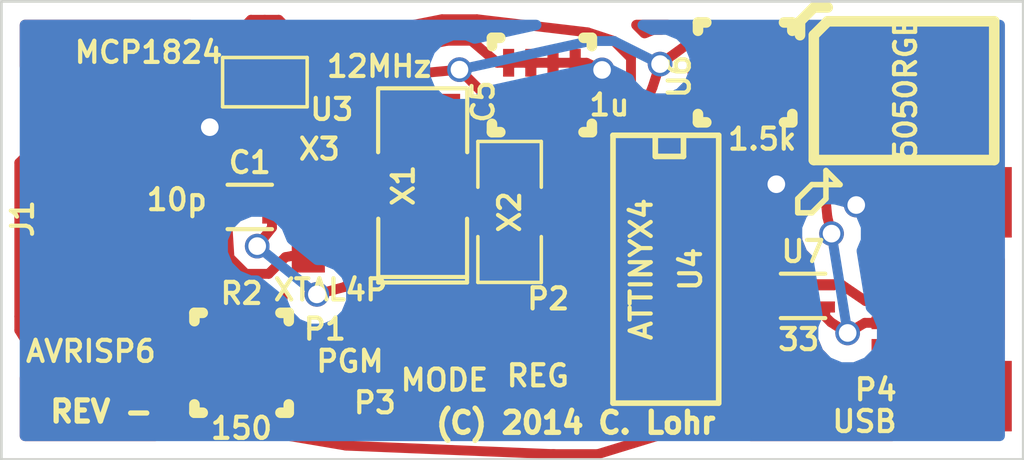
<source format=kicad_pcb>
(kicad_pcb (version 3) (host pcbnew "(2013-jul-07)-stable")

  (general
    (links 54)
    (no_connects 0)
    (area 105.294816 88.673459 142.492073 105.544873)
    (thickness 1.6)
    (drawings 15)
    (tracks 490)
    (zones 0)
    (modules 16)
    (nets 28)
  )

  (page User 139.7 139.7)
  (layers
    (15 F.Cu signal)
    (0 B.Cu signal)
    (16 B.Adhes user)
    (17 F.Adhes user)
    (18 B.Paste user)
    (19 F.Paste user)
    (20 B.SilkS user)
    (21 F.SilkS user)
    (22 B.Mask user)
    (23 F.Mask user)
    (24 Dwgs.User user)
    (25 Cmts.User user)
    (26 Eco1.User user)
    (27 Eco2.User user)
    (28 Edge.Cuts user)
  )

  (setup
    (last_trace_width 0.3556)
    (trace_clearance 0.254)
    (zone_clearance 0.6112)
    (zone_45_only no)
    (trace_min 0.254)
    (segment_width 0.2)
    (edge_width 0.1)
    (via_size 0.889)
    (via_drill 0.635)
    (via_min_size 0.889)
    (via_min_drill 0.508)
    (uvia_size 0.508)
    (uvia_drill 0.127)
    (uvias_allowed no)
    (uvia_min_size 0.508)
    (uvia_min_drill 0.127)
    (pcb_text_width 0.3)
    (pcb_text_size 1.5 1.5)
    (mod_edge_width 0.15)
    (mod_text_size 0.762 0.762)
    (mod_text_width 0.15)
    (pad_size 0.7 0.4)
    (pad_drill 0)
    (pad_to_mask_clearance 0)
    (aux_axis_origin 0 0)
    (visible_elements FFFFFF7F)
    (pcbplotparams
      (layerselection 284196865)
      (usegerberextensions true)
      (excludeedgelayer false)
      (linewidth 0.150000)
      (plotframeref false)
      (viasonmask false)
      (mode 1)
      (useauxorigin false)
      (hpglpennumber 1)
      (hpglpenspeed 20)
      (hpglpendiameter 15)
      (hpglpenoverlay 2)
      (psnegative false)
      (psa4output false)
      (plotreference true)
      (plotvalue true)
      (plotothertext true)
      (plotinvisibletext false)
      (padsonsilk false)
      (subtractmaskfromsilk false)
      (outputformat 1)
      (mirror false)
      (drillshape 0)
      (scaleselection 1)
      (outputdirectory tinyisp-rev-))
  )

  (net 0 "")
  (net 1 +3.3V)
  (net 2 +5V)
  (net 3 GND)
  (net 4 N-000001)
  (net 5 N-0000010)
  (net 6 N-0000011)
  (net 7 N-0000013)
  (net 8 N-0000014)
  (net 9 N-0000015)
  (net 10 N-0000016)
  (net 11 N-0000017)
  (net 12 N-0000018)
  (net 13 N-0000019)
  (net 14 N-000002)
  (net 15 N-0000020)
  (net 16 N-0000021)
  (net 17 N-0000023)
  (net 18 N-0000025)
  (net 19 N-0000026)
  (net 20 N-0000027)
  (net 21 N-000003)
  (net 22 N-000004)
  (net 23 N-000005)
  (net 24 N-000006)
  (net 25 N-000007)
  (net 26 N-000008)
  (net 27 N-000009)

  (net_class Default "This is the default net class."
    (clearance 0.254)
    (trace_width 0.3556)
    (via_dia 0.889)
    (via_drill 0.635)
    (uvia_dia 0.508)
    (uvia_drill 0.127)
    (add_net "")
    (add_net +3.3V)
    (add_net +5V)
    (add_net GND)
    (add_net N-000001)
    (add_net N-0000010)
    (add_net N-0000011)
    (add_net N-0000013)
    (add_net N-0000014)
    (add_net N-0000015)
    (add_net N-0000016)
    (add_net N-0000017)
    (add_net N-0000018)
    (add_net N-0000019)
    (add_net N-000002)
    (add_net N-0000020)
    (add_net N-0000021)
    (add_net N-0000023)
    (add_net N-0000025)
    (add_net N-0000026)
    (add_net N-0000027)
    (add_net N-000003)
    (add_net N-000004)
    (add_net N-000005)
    (add_net N-000006)
    (add_net N-000007)
    (add_net N-000008)
    (add_net N-000009)
  )

  (module RIBBON6SMT (layer F.Cu) (tedit 53BF2C80) (tstamp 53BF26B8)
    (at 44.6513 50.1726)
    (path /53BF1BD1)
    (fp_text reference J1 (at -0.9652 3.2766 90) (layer F.SilkS)
      (effects (font (size 0.762 0.762) (thickness 0.15)))
    )
    (fp_text value AVRISP6 (at 1.50114 8.05942) (layer F.SilkS)
      (effects (font (size 0.762 0.762) (thickness 0.15)))
    )
    (pad 2 smd rect (at 0 0) (size 0.9652 3.0226)
      (layers F.Cu F.Paste F.Mask)
      (net 2 +5V)
    )
    (pad 4 smd rect (at 2.54 0) (size 0.9652 3.0226)
      (layers F.Cu F.Paste F.Mask)
      (net 22 N-000004)
    )
    (pad 6 smd rect (at 5.08 0) (size 0.9652 3.0226)
      (layers F.Cu F.Paste F.Mask)
      (net 3 GND)
    )
    (pad 1 smd rect (at 0 5.5372) (size 0.9652 3.0226)
      (layers F.Cu F.Paste F.Mask)
      (net 11 N-0000017)
    )
    (pad 3 smd rect (at 2.54 5.5372) (size 0.9652 3.0226)
      (layers F.Cu F.Paste F.Mask)
      (net 12 N-0000018)
    )
    (pad 5 smd rect (at 5.08 5.5372) (size 0.9652 3.0226)
      (layers F.Cu F.Paste F.Mask)
      (net 14 N-000002)
    )
  )

  (module .1SMTPIN (layer F.Cu) (tedit 53BF30E9) (tstamp 53BF26BD)
    (at 56.464 56.9174)
    (path /53BF1F9E)
    (fp_text reference P1 (at -1.8794 0.512) (layer F.SilkS)
      (effects (font (size 0.762 0.762) (thickness 0.15)))
    )
    (fp_text value PGM (at -0.97458 1.67342) (layer F.SilkS)
      (effects (font (size 0.762 0.762) (thickness 0.15)))
    )
    (pad 1 smd circle (at 0 0) (size 2.032 2.032)
      (layers F.Cu F.Paste F.Mask)
      (net 23 N-000005)
    )
  )

  (module .1SMTPIN (layer F.Cu) (tedit 53BF2C76) (tstamp 53BF26C2)
    (at 61.1483 57.5679)
    (path /53BF1FAD)
    (fp_text reference P2 (at 1.4862 -1.22888) (layer F.SilkS)
      (effects (font (size 0.762 0.762) (thickness 0.15)))
    )
    (fp_text value REG (at 1.11282 1.5448) (layer F.SilkS)
      (effects (font (size 0.762 0.762) (thickness 0.15)))
    )
    (pad 1 smd circle (at 0 0) (size 2.032 2.032)
      (layers F.Cu F.Paste F.Mask)
      (net 25 N-000007)
    )
  )

  (module .1SMTPIN (layer F.Cu) (tedit 53BF30D8) (tstamp 53BF26C7)
    (at 58.8 57.5338)
    (path /53BF1F8F)
    (fp_text reference P3 (at -2.412 2.5499) (layer F.SilkS)
      (effects (font (size 0.762 0.762) (thickness 0.15)))
    )
    (fp_text value MODE (at 0.0934 1.73416) (layer F.SilkS)
      (effects (font (size 0.762 0.762) (thickness 0.15)))
    )
    (pad 1 smd circle (at 0 0) (size 2.032 2.032)
      (layers F.Cu F.Paste F.Mask)
      (net 4 N-000001)
    )
  )

  (module USB-MiniB (layer F.Cu) (tedit 53BF2C32) (tstamp 53BF26D2)
    (at 75.8117 54.1299 90)
    (descr USB-MiniB)
    (tags USB-MiniB)
    (path /53BF1872)
    (fp_text reference P4 (at -5.4864 -1.3716 180) (layer F.SilkS)
      (effects (font (size 0.762 0.762) (thickness 0.15)))
    )
    (fp_text value USB (at -6.6294 -1.778 180) (layer F.SilkS)
      (effects (font (size 0.762 0.762) (thickness 0.15)))
    )
    (pad 6 smd rect (at -5.715 1.778 90) (size 2.54 3.5052)
      (layers F.Cu F.Paste F.Mask)
      (net 3 GND)
    )
    (pad 7 smd rect (at 1.27 1.778 90) (size 2.54 3.5052)
      (layers F.Cu F.Paste F.Mask)
      (net 3 GND)
    )
    (pad 1 smd rect (at -3.8862 -0.635 90) (size 0.4572 1.778)
      (layers F.Cu F.Paste F.Mask)
      (net 2 +5V)
    )
    (pad 2 smd rect (at -3.0734 -0.635 90) (size 0.4572 1.778)
      (layers F.Cu F.Paste F.Mask)
      (net 8 N-0000014)
    )
    (pad 3 smd rect (at -2.286 -0.635 90) (size 0.4572 1.778)
      (layers F.Cu F.Paste F.Mask)
      (net 10 N-0000016)
    )
    (pad 4 smd rect (at -1.524 -0.635 90) (size 0.4572 1.778)
      (layers F.Cu F.Paste F.Mask)
      (net 19 N-0000026)
    )
    (pad 5 smd rect (at -0.2794 -0.635 90) (size 1.4224 1.778)
      (layers F.Cu F.Paste F.Mask)
      (net 3 GND)
    )
  )

  (module NETWORK0606 (layer F.Cu) (tedit 53BF2E88) (tstamp 53BF26DC)
    (at 51.8783 53.027)
    (path /53BF2DD6)
    (fp_text reference C1 (at 0 -1.6) (layer F.SilkS)
      (effects (font (size 0.762 0.762) (thickness 0.15)))
    )
    (fp_text value 10p (at -2.6296 -0.2636) (layer F.SilkS)
      (effects (font (size 0.762 0.762) (thickness 0.15)))
    )
    (fp_line (start 0.8 -0.8) (end -0.8 -0.8) (layer F.SilkS) (width 0.15))
    (fp_line (start -0.8 0.8) (end 0.8 0.8) (layer F.SilkS) (width 0.15))
    (pad 1 smd rect (at -0.8 -0.4) (size 0.7 0.4)
      (layers F.Cu F.Paste F.Mask)
      (net 3 GND)
    )
    (pad 2 smd rect (at 0.8 -0.4) (size 0.7 0.4)
      (layers F.Cu F.Paste F.Mask)
      (net 6 N-0000011)
    )
    (pad 3 smd rect (at -0.8 0.4) (size 0.7 0.4)
      (layers F.Cu F.Paste F.Mask)
      (net 3 GND)
    )
    (pad 4 smd rect (at 0.8 0.4) (size 0.7 0.4)
      (layers F.Cu F.Paste F.Mask)
      (net 7 N-0000013)
    )
  )

  (module NETWORK1206 (layer F.Cu) (tedit 53BF2C51) (tstamp 53BF26F0)
    (at 51.5833 58.6436 90)
    (path /53BF297A)
    (fp_text reference R2 (at 2.5 0 180) (layer F.SilkS)
      (effects (font (size 0.762 0.762) (thickness 0.15)))
    )
    (fp_text value 150 (at -2.3612 -0.0042 180) (layer F.SilkS)
      (effects (font (size 0.762 0.762) (thickness 0.15)))
    )
    (fp_line (start 1.8 1.4) (end 1.8 1.7) (layer F.SilkS) (width 0.381))
    (fp_line (start 1.8 1.7) (end 1.5 1.7) (layer F.SilkS) (width 0.381))
    (fp_line (start -1.8 -1.4) (end -1.8 -1.7) (layer F.SilkS) (width 0.381))
    (fp_line (start -1.8 -1.7) (end -1.5 -1.7) (layer F.SilkS) (width 0.381))
    (fp_line (start 1.5 -1.7) (end 1.8 -1.7) (layer F.SilkS) (width 0.381))
    (fp_line (start 1.8 -1.7) (end 1.8 -1.4) (layer F.SilkS) (width 0.381))
    (fp_line (start -1.8 1.4) (end -1.8 1.7) (layer F.SilkS) (width 0.381))
    (fp_line (start -1.8 1.7) (end -1.5 1.7) (layer F.SilkS) (width 0.381))
    (pad 1 smd rect (at -1.2 0.8 90) (size 0.4 1)
      (layers F.Cu F.Paste F.Mask)
      (net 13 N-0000019)
    )
    (pad 2 smd rect (at -0.4 0.8 90) (size 0.4 1)
      (layers F.Cu F.Paste F.Mask)
      (net 17 N-0000023)
    )
    (pad 3 smd rect (at 0.4 0.8 90) (size 0.4 1)
      (layers F.Cu F.Paste F.Mask)
      (net 21 N-000003)
    )
    (pad 4 smd rect (at 1.2 0.8 90) (size 0.4 1)
      (layers F.Cu F.Paste F.Mask)
      (net 4 N-000001)
    )
    (pad 5 smd rect (at 1.2 -0.8 90) (size 0.4 1)
      (layers F.Cu F.Paste F.Mask)
      (net 14 N-000002)
    )
    (pad 6 smd rect (at 0.4 -0.8 90) (size 0.4 1)
      (layers F.Cu F.Paste F.Mask)
      (net 22 N-000004)
    )
    (pad 7 smd rect (at -0.4 -0.8 90) (size 0.4 1)
      (layers F.Cu F.Paste F.Mask)
      (net 12 N-0000018)
    )
    (pad 8 smd rect (at -1.2 -0.8 90) (size 0.4 1)
      (layers F.Cu F.Paste F.Mask)
      (net 11 N-0000017)
    )
  )

  (module SOT23-5 (layer F.Cu) (tedit 53BF2E79) (tstamp 53BF26FD)
    (at 52.4223 48.5297 180)
    (path /53BF1DA6)
    (attr smd)
    (fp_text reference U3 (at -2.4145 -0.9825 360) (layer F.SilkS)
      (effects (font (size 0.762 0.762) (thickness 0.15)))
    )
    (fp_text value MCP1824 (at 4.1895 1.0749 360) (layer F.SilkS)
      (effects (font (size 0.762 0.762) (thickness 0.15)))
    )
    (fp_line (start 1.524 -0.889) (end 1.524 0.889) (layer F.SilkS) (width 0.127))
    (fp_line (start 1.524 0.889) (end -1.524 0.889) (layer F.SilkS) (width 0.127))
    (fp_line (start -1.524 0.889) (end -1.524 -0.889) (layer F.SilkS) (width 0.127))
    (fp_line (start -1.524 -0.889) (end 1.524 -0.889) (layer F.SilkS) (width 0.127))
    (pad 1 smd rect (at -0.9525 1.27 180) (size 0.508 0.762)
      (layers F.Cu F.Paste F.Mask)
      (net 2 +5V)
    )
    (pad 3 smd rect (at 0.9525 1.27 180) (size 0.508 0.762)
      (layers F.Cu F.Paste F.Mask)
      (net 2 +5V)
    )
    (pad 5 smd rect (at -0.9525 -1.27 180) (size 0.508 0.762)
      (layers F.Cu F.Paste F.Mask)
      (net 1 +3.3V)
    )
    (pad 2 smd rect (at 0 1.27 180) (size 0.508 0.762)
      (layers F.Cu F.Paste F.Mask)
      (net 3 GND)
    )
    (pad 4 smd rect (at 0.9525 -1.27 180) (size 0.508 0.762)
      (layers F.Cu F.Paste F.Mask)
      (net 16 N-0000021)
    )
    (model smd/SOT23_5.wrl
      (at (xyz 0 0 0))
      (scale (xyz 0.1 0.1 0.1))
      (rotate (xyz 0 0 0))
    )
  )

  (module NETWORK1206 (layer F.Cu) (tedit 53BF30CE) (tstamp 53BF2711)
    (at 62.4073 48.6308)
    (path /53BF2371)
    (fp_text reference C5 (at -2.1204 0.59694 90) (layer F.SilkS)
      (effects (font (size 0.762 0.762) (thickness 0.15)))
    )
    (fp_text value 1u (at 2.43128 0.7214) (layer F.SilkS)
      (effects (font (size 0.762 0.762) (thickness 0.15)))
    )
    (fp_line (start 1.8 1.4) (end 1.8 1.7) (layer F.SilkS) (width 0.381))
    (fp_line (start 1.8 1.7) (end 1.5 1.7) (layer F.SilkS) (width 0.381))
    (fp_line (start -1.8 -1.4) (end -1.8 -1.7) (layer F.SilkS) (width 0.381))
    (fp_line (start -1.8 -1.7) (end -1.5 -1.7) (layer F.SilkS) (width 0.381))
    (fp_line (start 1.5 -1.7) (end 1.8 -1.7) (layer F.SilkS) (width 0.381))
    (fp_line (start 1.8 -1.7) (end 1.8 -1.4) (layer F.SilkS) (width 0.381))
    (fp_line (start -1.8 1.4) (end -1.8 1.7) (layer F.SilkS) (width 0.381))
    (fp_line (start -1.8 1.7) (end -1.5 1.7) (layer F.SilkS) (width 0.381))
    (pad 1 smd rect (at -1.2 0.8) (size 0.4 1)
      (layers F.Cu F.Paste F.Mask)
      (net 1 +3.3V)
    )
    (pad 2 smd rect (at -0.4 0.8) (size 0.4 1)
      (layers F.Cu F.Paste F.Mask)
      (net 1 +3.3V)
    )
    (pad 3 smd rect (at 0.4 0.8) (size 0.4 1)
      (layers F.Cu F.Paste F.Mask)
      (net 2 +5V)
    )
    (pad 4 smd rect (at 1.2 0.8) (size 0.4 1)
      (layers F.Cu F.Paste F.Mask)
      (net 2 +5V)
    )
    (pad 5 smd rect (at 1.2 -0.8) (size 0.4 1)
      (layers F.Cu F.Paste F.Mask)
      (net 3 GND)
    )
    (pad 6 smd rect (at 0.4 -0.8) (size 0.4 1)
      (layers F.Cu F.Paste F.Mask)
      (net 3 GND)
    )
    (pad 7 smd rect (at -0.4 -0.8) (size 0.4 1)
      (layers F.Cu F.Paste F.Mask)
      (net 3 GND)
    )
    (pad 8 smd rect (at -1.2 -0.8) (size 0.4 1)
      (layers F.Cu F.Paste F.Mask)
      (net 3 GND)
    )
  )

  (module NETWORK1206 (layer F.Cu) (tedit 53BF2C25) (tstamp 53BF2725)
    (at 69.7321 48.1781 270)
    (path /53BF1DBF)
    (fp_text reference U6 (at 0.14684 2.3749 450) (layer F.SilkS)
      (effects (font (size 0.762 0.762) (thickness 0.15)))
    )
    (fp_text value 1.5k (at 2.4049 -0.61214 360) (layer F.SilkS)
      (effects (font (size 0.762 0.762) (thickness 0.15)))
    )
    (fp_line (start 1.8 1.4) (end 1.8 1.7) (layer F.SilkS) (width 0.381))
    (fp_line (start 1.8 1.7) (end 1.5 1.7) (layer F.SilkS) (width 0.381))
    (fp_line (start -1.8 -1.4) (end -1.8 -1.7) (layer F.SilkS) (width 0.381))
    (fp_line (start -1.8 -1.7) (end -1.5 -1.7) (layer F.SilkS) (width 0.381))
    (fp_line (start 1.5 -1.7) (end 1.8 -1.7) (layer F.SilkS) (width 0.381))
    (fp_line (start 1.8 -1.7) (end 1.8 -1.4) (layer F.SilkS) (width 0.381))
    (fp_line (start -1.8 1.4) (end -1.8 1.7) (layer F.SilkS) (width 0.381))
    (fp_line (start -1.8 1.7) (end -1.5 1.7) (layer F.SilkS) (width 0.381))
    (pad 1 smd rect (at -1.2 0.8 270) (size 0.4 1)
      (layers F.Cu F.Paste F.Mask)
      (net 1 +3.3V)
    )
    (pad 2 smd rect (at -0.4 0.8 270) (size 0.4 1)
      (layers F.Cu F.Paste F.Mask)
      (net 27 N-000009)
    )
    (pad 3 smd rect (at 0.4 0.8 270) (size 0.4 1)
      (layers F.Cu F.Paste F.Mask)
      (net 9 N-0000015)
    )
    (pad 4 smd rect (at 1.2 0.8 270) (size 0.4 1)
      (layers F.Cu F.Paste F.Mask)
      (net 9 N-0000015)
    )
    (pad 5 smd rect (at 1.2 -0.8 270) (size 0.4 1)
      (layers F.Cu F.Paste F.Mask)
      (net 8 N-0000014)
    )
    (pad 6 smd rect (at 0.4 -0.8 270) (size 0.4 1)
      (layers F.Cu F.Paste F.Mask)
      (net 24 N-000006)
    )
    (pad 7 smd rect (at -0.4 -0.8 270) (size 0.4 1)
      (layers F.Cu F.Paste F.Mask)
      (net 26 N-000008)
    )
    (pad 8 smd rect (at -1.2 -0.8 270) (size 0.4 1)
      (layers F.Cu F.Paste F.Mask)
      (net 5 N-0000010)
    )
  )

  (module NETWORK0606 (layer F.Cu) (tedit 53BF2E81) (tstamp 53BF272F)
    (at 71.8184 56.2328)
    (path /53BF31BB)
    (fp_text reference U7 (at 0 -1.6) (layer F.SilkS)
      (effects (font (size 0.762 0.762) (thickness 0.15)))
    )
    (fp_text value 33 (at -0.1552 1.5737) (layer F.SilkS)
      (effects (font (size 0.762 0.762) (thickness 0.15)))
    )
    (fp_line (start 0.8 -0.8) (end -0.8 -0.8) (layer F.SilkS) (width 0.15))
    (fp_line (start -0.8 0.8) (end 0.8 0.8) (layer F.SilkS) (width 0.15))
    (pad 1 smd rect (at -0.8 -0.4) (size 0.7 0.4)
      (layers F.Cu F.Paste F.Mask)
      (net 18 N-0000025)
    )
    (pad 2 smd rect (at 0.8 -0.4) (size 0.7 0.4)
      (layers F.Cu F.Paste F.Mask)
      (net 10 N-0000016)
    )
    (pad 3 smd rect (at -0.8 0.4) (size 0.7 0.4)
      (layers F.Cu F.Paste F.Mask)
      (net 20 N-0000027)
    )
    (pad 4 smd rect (at 0.8 0.4) (size 0.7 0.4)
      (layers F.Cu F.Paste F.Mask)
      (net 8 N-0000014)
    )
  )

  (module SM2010 (layer F.Cu) (tedit 53BF2DD4) (tstamp 53BF273C)
    (at 58.1095 52.2508 90)
    (tags "CMS SM")
    (path /53BF281B)
    (attr smd)
    (fp_text reference X1 (at 0 -0.7 90) (layer F.SilkS)
      (effects (font (size 0.762 0.762) (thickness 0.15)))
    )
    (fp_text value 12MHz (at 4.2902 -1.5698 180) (layer F.SilkS)
      (effects (font (size 0.762 0.762) (thickness 0.15)))
    )
    (fp_line (start -3.3 -1.6) (end -3.3 1.6) (layer F.SilkS) (width 0.15))
    (fp_line (start 3.50012 -1.6002) (end 3.50012 1.6002) (layer F.SilkS) (width 0.15))
    (fp_line (start -3.5 -1.6) (end -3.5 1.6) (layer F.SilkS) (width 0.15))
    (fp_line (start 1.19634 1.60528) (end 3.48234 1.60528) (layer F.SilkS) (width 0.15))
    (fp_line (start 3.48234 -1.60528) (end 1.19634 -1.60528) (layer F.SilkS) (width 0.15))
    (fp_line (start -1.2 -1.6) (end -3.5 -1.6) (layer F.SilkS) (width 0.15))
    (fp_line (start -3.5 1.6) (end -1.2 1.6) (layer F.SilkS) (width 0.15))
    (pad 1 smd rect (at -2.4003 0 90) (size 1.80086 2.70002)
      (layers F.Cu F.Paste F.Mask)
      (net 7 N-0000013)
    )
    (pad 2 smd rect (at 2.4003 0 90) (size 1.80086 2.70002)
      (layers F.Cu F.Paste F.Mask)
      (net 6 N-0000011)
    )
    (model smd\chip_smd_pol_wide.wrl
      (at (xyz 0 0 0))
      (scale (xyz 0.35 0.35 0.35))
      (rotate (xyz 0 0 0))
    )
  )

  (module SO14E (layer F.Cu) (tedit 42806FBF) (tstamp 53BF57C0)
    (at 67.0013 55.2713 270)
    (descr "module CMS SOJ 14 pins etroit")
    (tags "CMS SOJ")
    (path /53BF1863)
    (attr smd)
    (fp_text reference U4 (at 0 -0.762 270) (layer F.SilkS)
      (effects (font (size 0.762 0.762) (thickness 0.15)))
    )
    (fp_text value ATTINYX4 (at 0 1.016 270) (layer F.SilkS)
      (effects (font (size 0.762 0.762) (thickness 0.15)))
    )
    (fp_line (start -4.826 -1.778) (end 4.826 -1.778) (layer F.SilkS) (width 0.2032))
    (fp_line (start 4.826 -1.778) (end 4.826 2.032) (layer F.SilkS) (width 0.2032))
    (fp_line (start 4.826 2.032) (end -4.826 2.032) (layer F.SilkS) (width 0.2032))
    (fp_line (start -4.826 2.032) (end -4.826 -1.778) (layer F.SilkS) (width 0.2032))
    (fp_line (start -4.826 -0.508) (end -4.064 -0.508) (layer F.SilkS) (width 0.2032))
    (fp_line (start -4.064 -0.508) (end -4.064 0.508) (layer F.SilkS) (width 0.2032))
    (fp_line (start -4.064 0.508) (end -4.826 0.508) (layer F.SilkS) (width 0.2032))
    (pad 1 smd rect (at -3.81 2.794 270) (size 0.508 1.143)
      (layers F.Cu F.Paste F.Mask)
      (net 1 +3.3V)
    )
    (pad 2 smd rect (at -2.54 2.794 270) (size 0.508 1.143)
      (layers F.Cu F.Paste F.Mask)
      (net 6 N-0000011)
    )
    (pad 3 smd rect (at -1.27 2.794 270) (size 0.508 1.143)
      (layers F.Cu F.Paste F.Mask)
      (net 7 N-0000013)
    )
    (pad 4 smd rect (at 0 2.794 270) (size 0.508 1.143)
      (layers F.Cu F.Paste F.Mask)
      (net 23 N-000005)
    )
    (pad 5 smd rect (at 1.27 2.794 270) (size 0.508 1.143)
      (layers F.Cu F.Paste F.Mask)
      (net 18 N-0000025)
    )
    (pad 6 smd rect (at 2.54 2.794 270) (size 0.508 1.143)
      (layers F.Cu F.Paste F.Mask)
      (net 25 N-000007)
    )
    (pad 7 smd rect (at 3.81 2.794 270) (size 0.508 1.143)
      (layers F.Cu F.Paste F.Mask)
      (net 21 N-000003)
    )
    (pad 8 smd rect (at 3.81 -2.54 270) (size 0.508 1.143)
      (layers F.Cu F.Paste F.Mask)
      (net 13 N-0000019)
    )
    (pad 9 smd rect (at 2.54 -2.54 270) (size 0.508 1.143)
      (layers F.Cu F.Paste F.Mask)
      (net 17 N-0000023)
    )
    (pad 10 smd rect (at 1.27 -2.54 270) (size 0.508 1.143)
      (layers F.Cu F.Paste F.Mask)
      (net 20 N-0000027)
    )
    (pad 11 smd rect (at 0 -2.54 270) (size 0.508 1.143)
      (layers F.Cu F.Paste F.Mask)
      (net 18 N-0000025)
    )
    (pad 12 smd rect (at -1.27 -2.54 270) (size 0.508 1.143)
      (layers F.Cu F.Paste F.Mask)
      (net 9 N-0000015)
    )
    (pad 13 smd rect (at -2.54 -2.54 270) (size 0.508 1.143)
      (layers F.Cu F.Paste F.Mask)
      (net 27 N-000009)
    )
    (pad 14 smd rect (at -3.81 -2.54 270) (size 0.508 1.143)
      (layers F.Cu F.Paste F.Mask)
      (net 3 GND)
    )
    (model smd/cms_so14.wrl
      (at (xyz 0 0 0))
      (scale (xyz 0.5 0.3 0.5))
      (rotate (xyz 0 0 0))
    )
  )

  (module 5050RGB (layer F.Cu) (tedit 53BF2C2A) (tstamp 53BF5880)
    (at 75.458 48.8361)
    (path /53BF2142)
    (fp_text reference D1 (at 0 3.50012) (layer F.SilkS) hide
      (effects (font (size 0.762 0.762) (thickness 0.15)))
    )
    (fp_text value 5050RGB (at 0.0562 -0.1062 90) (layer F.SilkS)
      (effects (font (size 0.762 0.762) (thickness 0.15)))
    )
    (fp_line (start -3.74904 -1.99898) (end -3.74904 -2.49936) (layer F.SilkS) (width 0.381))
    (fp_line (start -3.74904 -2.49936) (end -3.2512 -2.99974) (layer F.SilkS) (width 0.381))
    (fp_line (start -3.2512 -2.99974) (end -2.75082 -2.99974) (layer F.SilkS) (width 0.381))
    (fp_line (start -3.2512 -1.99898) (end -2.75082 -2.49936) (layer F.SilkS) (width 0.381))
    (fp_line (start -2.75082 -2.49936) (end 3.2512 -2.49936) (layer F.SilkS) (width 0.381))
    (fp_line (start 3.2512 -2.49936) (end 3.2512 2.49936) (layer F.SilkS) (width 0.381))
    (fp_line (start 3.2512 2.49936) (end -3.2512 2.49936) (layer F.SilkS) (width 0.381))
    (fp_line (start -3.2512 2.49936) (end -3.2512 -1.99898) (layer F.SilkS) (width 0.381))
    (pad 1 smd rect (at -2.19964 -1.6002) (size 1.09982 0.89916)
      (layers F.Cu F.Paste F.Mask)
      (net 5 N-0000010)
    )
    (pad 2 smd rect (at -2.19964 0) (size 1.09982 0.89916)
      (layers F.Cu F.Paste F.Mask)
      (net 26 N-000008)
    )
    (pad 3 smd rect (at -2.19964 1.6002) (size 1.09982 0.89916)
      (layers F.Cu F.Paste F.Mask)
      (net 24 N-000006)
    )
    (pad 4 smd rect (at 2.19964 1.6002) (size 1.09982 0.89916)
      (layers F.Cu F.Paste F.Mask)
      (net 3 GND)
    )
    (pad 5 smd rect (at 2.19964 0) (size 1.09982 0.89916)
      (layers F.Cu F.Paste F.Mask)
      (net 3 GND)
    )
    (pad 6 smd rect (at 2.19964 -1.6002) (size 1.09982 0.89916)
      (layers F.Cu F.Paste F.Mask)
      (net 3 GND)
    )
  )

  (module SM1206 (layer F.Cu) (tedit 42806E24) (tstamp 53BF88CA)
    (at 61.2423 53.2065 90)
    (path /53BF3E26)
    (attr smd)
    (fp_text reference X2 (at 0 0 90) (layer F.SilkS)
      (effects (font (size 0.762 0.762) (thickness 0.15)))
    )
    (fp_text value 12MHz (at 0 0 90) (layer F.SilkS) hide
      (effects (font (size 0.762 0.762) (thickness 0.15)))
    )
    (fp_line (start -2.54 -1.143) (end -2.54 1.143) (layer F.SilkS) (width 0.127))
    (fp_line (start -2.54 1.143) (end -0.889 1.143) (layer F.SilkS) (width 0.127))
    (fp_line (start 0.889 -1.143) (end 2.54 -1.143) (layer F.SilkS) (width 0.127))
    (fp_line (start 2.54 -1.143) (end 2.54 1.143) (layer F.SilkS) (width 0.127))
    (fp_line (start 2.54 1.143) (end 0.889 1.143) (layer F.SilkS) (width 0.127))
    (fp_line (start -0.889 -1.143) (end -2.54 -1.143) (layer F.SilkS) (width 0.127))
    (pad 1 smd rect (at -1.651 0 90) (size 1.524 2.032)
      (layers F.Cu F.Paste F.Mask)
      (net 7 N-0000013)
    )
    (pad 2 smd rect (at 1.651 0 90) (size 1.524 2.032)
      (layers F.Cu F.Paste F.Mask)
      (net 15 N-0000020)
    )
    (model smd/chip_cms.wrl
      (at (xyz 0 0 0))
      (scale (xyz 0.17 0.16 0.16))
      (rotate (xyz 0 0 0))
    )
  )

  (module XTAL4P (layer F.Cu) (tedit 53BF2C5C) (tstamp 53BF88D2)
    (at 53.9883 54.6924 90)
    (path /53BF3EB6)
    (fp_text reference X3 (at 3.75018 0.39628 180) (layer F.SilkS)
      (effects (font (size 0.762 0.762) (thickness 0.15)))
    )
    (fp_text value XTAL4P (at -1.3222 0.7976 180) (layer F.SilkS)
      (effects (font (size 0.762 0.762) (thickness 0.15)))
    )
    (pad 4 smd rect (at 0 0 90) (size 1.397 1.1938)
      (layers F.Cu F.Paste F.Mask)
      (net 3 GND)
    )
    (pad 1 smd rect (at 0 1.7018 90) (size 1.397 1.1938)
      (layers F.Cu F.Paste F.Mask)
      (net 7 N-0000013)
    )
    (pad 3 smd rect (at 2.286 1.7018 90) (size 1.397 1.1938)
      (layers F.Cu F.Paste F.Mask)
      (net 3 GND)
    )
    (pad 2 smd rect (at 2.286 0 90) (size 1.397 1.1938)
      (layers F.Cu F.Paste F.Mask)
      (net 6 N-0000011)
    )
  )

  (gr_line (start 42.926 62.1284) (end 42.926 45.6184) (angle 90) (layer Edge.Cuts) (width 0.1))
  (gr_line (start 79.756 62.1284) (end 42.926 62.1284) (angle 90) (layer Edge.Cuts) (width 0.1))
  (gr_line (start 79.756 45.6184) (end 79.756 62.1284) (angle 90) (layer Edge.Cuts) (width 0.1))
  (gr_line (start 42.926 45.6184) (end 79.756 45.6184) (angle 90) (layer Edge.Cuts) (width 0.1))
  (gr_line (start 72.136 53.2384) (end 71.628 53.2384) (angle 90) (layer F.SilkS) (width 0.2))
  (gr_line (start 72.644 52.7304) (end 72.136 53.2384) (angle 90) (layer F.SilkS) (width 0.2))
  (gr_line (start 72.644 52.2224) (end 72.644 52.7304) (angle 90) (layer F.SilkS) (width 0.2))
  (gr_line (start 73.152 52.2224) (end 72.644 52.2224) (angle 90) (layer F.SilkS) (width 0.2))
  (gr_line (start 72.644 51.7144) (end 73.152 52.2224) (angle 90) (layer F.SilkS) (width 0.2))
  (gr_line (start 72.644 52.2224) (end 72.644 51.7144) (angle 90) (layer F.SilkS) (width 0.2))
  (gr_line (start 72.136 52.2224) (end 72.644 52.2224) (angle 90) (layer F.SilkS) (width 0.2))
  (gr_line (start 71.628 52.7304) (end 72.136 52.2224) (angle 90) (layer F.SilkS) (width 0.2))
  (gr_line (start 71.628 53.2384) (end 71.628 52.7304) (angle 90) (layer F.SilkS) (width 0.2))
  (gr_text "(C) 2014 C. Lohr" (at 63.627 60.8076) (layer F.SilkS)
    (effects (font (size 0.762 0.762) (thickness 0.1905)))
  )
  (gr_text "REV -" (at 46.5328 60.4012) (layer F.SilkS)
    (effects (font (size 0.762 0.762) (thickness 0.1905)))
  )

  (segment (start 64.2073 51.4613) (end 63.7803 51.4613) (width 0.3556) (layer F.Cu) (net 1) (status C00000))
  (segment (start 62.0073 50.08798) (end 62.0073 49.4308) (width 0.3556) (layer F.Cu) (net 1) (tstamp 5464FE9E) (status 800000))
  (segment (start 61.90488 50.1904) (end 62.0073 50.08798) (width 0.3556) (layer F.Cu) (net 1) (tstamp 5464FE9D))
  (segment (start 62.21476 50.1904) (end 61.90488 50.1904) (width 0.3556) (layer F.Cu) (net 1) (tstamp 5464FE9C))
  (segment (start 62.39764 50.37328) (end 62.21476 50.1904) (width 0.3556) (layer F.Cu) (net 1) (tstamp 5464FE9B))
  (segment (start 62.69228 50.37328) (end 62.39764 50.37328) (width 0.3556) (layer F.Cu) (net 1) (tstamp 5464FE94))
  (segment (start 63.7803 51.4613) (end 62.69228 50.37328) (width 0.3556) (layer F.Cu) (net 1) (tstamp 5464FE92) (status 400000))
  (via (at 66.666 47.8784) (size 0.889) (layers F.Cu B.Cu) (net 1))
  (via (at 59.436 48.0784) (size 0.889) (layers F.Cu B.Cu) (net 1))
  (segment (start 65.0074 47.0469) (end 66.666 47.8784) (width 0.3556) (layer B.Cu) (net 1))
  (segment (start 64.1446 47.0469) (end 65.0074 47.0469) (width 0.3556) (layer B.Cu) (net 1))
  (segment (start 59.436 48.0784) (end 64.1446 47.0469) (width 0.3556) (layer B.Cu) (net 1))
  (segment (start 60.8002 49.4308) (end 59.436 48.0784) (width 0.3556) (layer F.Cu) (net 1))
  (segment (start 61.0073 49.4308) (end 60.8002 49.4308) (width 0.3556) (layer F.Cu) (net 1))
  (segment (start 61.1851 49.4308) (end 61.0073 49.4308) (width 0.3556) (layer F.Cu) (net 1))
  (segment (start 61.2073 49.4308) (end 61.1851 49.4308) (width 0.3556) (layer F.Cu) (net 1))
  (segment (start 61.2295 49.4308) (end 61.2073 49.4308) (width 0.3556) (layer F.Cu) (net 1))
  (segment (start 62.0073 49.4308) (end 61.9851 49.4308) (width 0.3556) (layer F.Cu) (net 1))
  (segment (start 61.9851 49.4308) (end 61.8073 49.4308) (width 0.3556) (layer F.Cu) (net 1))
  (segment (start 61.8073 49.4308) (end 61.4073 49.4308) (width 0.3556) (layer F.Cu) (net 1))
  (segment (start 61.4073 49.4308) (end 61.2295 49.4308) (width 0.3556) (layer F.Cu) (net 1))
  (segment (start 67.8469 47.0233) (end 66.666 47.8784) (width 0.3556) (layer F.Cu) (net 1))
  (segment (start 67.888 47.0063) (end 67.8469 47.0233) (width 0.3556) (layer F.Cu) (net 1))
  (segment (start 68.0179 46.9781) (end 67.888 47.0063) (width 0.3556) (layer F.Cu) (net 1))
  (segment (start 68.4321 46.9781) (end 68.0179 46.9781) (width 0.3556) (layer F.Cu) (net 1))
  (segment (start 68.6099 46.9781) (end 68.4321 46.9781) (width 0.3556) (layer F.Cu) (net 1))
  (segment (start 68.9321 46.9781) (end 68.6099 46.9781) (width 0.3556) (layer F.Cu) (net 1))
  (segment (start 56.5122 48.3531) (end 59.436 48.0784) (width 0.3556) (layer F.Cu) (net 1))
  (segment (start 53.7866 49.7997) (end 56.5122 48.3531) (width 0.3556) (layer F.Cu) (net 1))
  (segment (start 53.6288 49.7997) (end 53.7866 49.7997) (width 0.3556) (layer F.Cu) (net 1))
  (segment (start 53.451 49.7997) (end 53.6288 49.7997) (width 0.3556) (layer F.Cu) (net 1))
  (segment (start 53.3748 49.7997) (end 53.451 49.7997) (width 0.3556) (layer F.Cu) (net 1))
  (segment (start 64.2073 51.3851) (end 64.2073 51.4613) (width 0.3556) (layer F.Cu) (net 1))
  (segment (start 64.2073 51.2073) (end 64.2073 51.3851) (width 0.3556) (layer F.Cu) (net 1))
  (segment (start 64.2073 50.9706) (end 64.2073 51.2073) (width 0.3556) (layer F.Cu) (net 1))
  (segment (start 64.5421 50.6358) (end 64.2073 50.9706) (width 0.3556) (layer F.Cu) (net 1))
  (segment (start 65.413 49.82) (end 64.5421 50.6358) (width 0.3556) (layer F.Cu) (net 1))
  (segment (start 66.3076 48.9254) (end 65.413 49.82) (width 0.3556) (layer F.Cu) (net 1))
  (segment (start 66.3923 48.721) (end 66.3076 48.9254) (width 0.3556) (layer F.Cu) (net 1))
  (segment (start 66.666 47.8784) (end 66.3923 48.721) (width 0.3556) (layer F.Cu) (net 1))
  (segment (start 44.3465 51.0869) (end 44.6513 50.1726) (width 0.3556) (layer F.Cu) (net 2))
  (segment (start 44.1687 51.0869) (end 44.3465 51.0869) (width 0.3556) (layer F.Cu) (net 2))
  (segment (start 43.9214 51.0869) (end 44.1687 51.0869) (width 0.3556) (layer F.Cu) (net 2))
  (segment (start 43.5717 51.4366) (end 43.9214 51.0869) (width 0.3556) (layer F.Cu) (net 2))
  (segment (start 43.5717 56.9738) (end 43.5717 51.4366) (width 0.3556) (layer F.Cu) (net 2))
  (segment (start 43.5717 57.4684) (end 43.5717 56.9738) (width 0.3556) (layer F.Cu) (net 2))
  (segment (start 43.7791 57.8063) (end 43.5717 57.4684) (width 0.3556) (layer F.Cu) (net 2))
  (segment (start 44.5487 58.5759) (end 43.7791 57.8063) (width 0.3556) (layer F.Cu) (net 2))
  (segment (start 49.004 60.4371) (end 44.5487 58.5759) (width 0.3556) (layer F.Cu) (net 2))
  (segment (start 49.4954 60.6406) (end 49.004 60.4371) (width 0.3556) (layer F.Cu) (net 2))
  (segment (start 55.349 61.6296) (end 49.4954 60.6406) (width 0.3556) (layer F.Cu) (net 2))
  (segment (start 62.7968 61.9354) (end 55.349 61.6296) (width 0.3556) (layer F.Cu) (net 2))
  (segment (start 62.8473 61.9354) (end 62.7968 61.9354) (width 0.3556) (layer F.Cu) (net 2))
  (segment (start 64.4243 61.9354) (end 62.8473 61.9354) (width 0.3556) (layer F.Cu) (net 2))
  (segment (start 74.535 58.8417) (end 64.4243 61.9354) (width 0.3556) (layer F.Cu) (net 2))
  (segment (start 74.8847 58.492) (end 74.535 58.8417) (width 0.3556) (layer F.Cu) (net 2))
  (segment (start 74.8847 58.2447) (end 74.8847 58.492) (width 0.3556) (layer F.Cu) (net 2))
  (segment (start 74.8847 58.0669) (end 74.8847 58.2447) (width 0.3556) (layer F.Cu) (net 2))
  (segment (start 75.1767 58.0161) (end 74.8847 58.0669) (width 0.3556) (layer F.Cu) (net 2))
  (segment (start 62.8295 49.4308) (end 62.8073 49.4308) (width 0.3556) (layer F.Cu) (net 2))
  (segment (start 63.0073 49.4308) (end 62.8295 49.4308) (width 0.3556) (layer F.Cu) (net 2))
  (segment (start 63.4073 49.4308) (end 63.0073 49.4308) (width 0.3556) (layer F.Cu) (net 2))
  (segment (start 63.5851 49.4308) (end 63.4073 49.4308) (width 0.3556) (layer F.Cu) (net 2))
  (segment (start 63.6073 49.4308) (end 63.5851 49.4308) (width 0.3556) (layer F.Cu) (net 2))
  (segment (start 51.4698 47.0565) (end 51.4698 47.2597) (width 0.3556) (layer F.Cu) (net 2))
  (segment (start 51.4698 46.8787) (end 51.4698 47.0565) (width 0.3556) (layer F.Cu) (net 2))
  (segment (start 51.4698 46.7735) (end 51.4698 46.8787) (width 0.3556) (layer F.Cu) (net 2))
  (segment (start 51.5713 46.6314) (end 51.4698 46.7735) (width 0.3556) (layer F.Cu) (net 2))
  (segment (start 51.921 46.2817) (end 51.5713 46.6314) (width 0.3556) (layer F.Cu) (net 2))
  (segment (start 52.4156 46.2817) (end 51.921 46.2817) (width 0.3556) (layer F.Cu) (net 2))
  (segment (start 52.9236 46.2817) (end 52.4156 46.2817) (width 0.3556) (layer F.Cu) (net 2))
  (segment (start 53.2733 46.6314) (end 52.9236 46.2817) (width 0.3556) (layer F.Cu) (net 2))
  (segment (start 53.3748 46.7735) (end 53.2733 46.6314) (width 0.3556) (layer F.Cu) (net 2))
  (segment (start 53.3748 46.8787) (end 53.3748 46.7735) (width 0.3556) (layer F.Cu) (net 2))
  (segment (start 53.3748 47.0565) (end 53.3748 46.8787) (width 0.3556) (layer F.Cu) (net 2))
  (segment (start 53.3748 47.2597) (end 53.3748 47.0565) (width 0.3556) (layer F.Cu) (net 2))
  (segment (start 63.6295 49.4308) (end 63.6073 49.4308) (width 0.3556) (layer F.Cu) (net 2))
  (segment (start 63.8073 49.4308) (end 63.6295 49.4308) (width 0.3556) (layer F.Cu) (net 2))
  (segment (start 64.0144 49.4308) (end 63.8073 49.4308) (width 0.3556) (layer F.Cu) (net 2))
  (segment (start 65.0074 49.1299) (end 64.0144 49.4308) (width 0.3556) (layer F.Cu) (net 2))
  (segment (start 65.6175 48.5198) (end 65.0074 49.1299) (width 0.3556) (layer F.Cu) (net 2))
  (segment (start 65.6175 47.657) (end 65.6175 48.5198) (width 0.3556) (layer F.Cu) (net 2))
  (segment (start 65.0074 47.0469) (end 65.6175 47.657) (width 0.3556) (layer F.Cu) (net 2))
  (segment (start 64.0546 46.7338) (end 65.0074 47.0469) (width 0.3556) (layer F.Cu) (net 2))
  (segment (start 60.0686 46.2621) (end 64.0546 46.7338) (width 0.3556) (layer F.Cu) (net 2))
  (segment (start 58.8034 46.2621) (end 60.0686 46.2621) (width 0.3556) (layer F.Cu) (net 2))
  (segment (start 56.0612 46.8035) (end 58.8034 46.2621) (width 0.3556) (layer F.Cu) (net 2))
  (segment (start 53.7866 47.2597) (end 56.0612 46.8035) (width 0.3556) (layer F.Cu) (net 2))
  (segment (start 53.6288 47.2597) (end 53.7866 47.2597) (width 0.3556) (layer F.Cu) (net 2))
  (segment (start 53.451 47.2597) (end 53.6288 47.2597) (width 0.3556) (layer F.Cu) (net 2))
  (segment (start 53.3748 47.2597) (end 53.451 47.2597) (width 0.3556) (layer F.Cu) (net 2))
  (segment (start 44.6513 48.8391) (end 44.6513 50.1726) (width 0.3556) (layer F.Cu) (net 2))
  (segment (start 44.6513 48.6613) (end 44.6513 48.8391) (width 0.3556) (layer F.Cu) (net 2))
  (segment (start 44.6513 48.4614) (end 44.6513 48.6613) (width 0.3556) (layer F.Cu) (net 2))
  (segment (start 44.934 48.1787) (end 44.6513 48.4614) (width 0.3556) (layer F.Cu) (net 2))
  (segment (start 51.058 47.2597) (end 44.934 48.1787) (width 0.3556) (layer F.Cu) (net 2))
  (segment (start 51.2158 47.2597) (end 51.058 47.2597) (width 0.3556) (layer F.Cu) (net 2))
  (segment (start 51.3936 47.2597) (end 51.2158 47.2597) (width 0.3556) (layer F.Cu) (net 2))
  (segment (start 51.4698 47.2597) (end 51.3936 47.2597) (width 0.3556) (layer F.Cu) (net 2))
  (segment (start 75.1767 54.4093) (end 77.5897 52.8599) (width 0.3556) (layer F.Cu) (net 3) (tstamp 53BF8D05))
  (segment (start 49.7313 50.1726) (end 50.43678 50.1523) (width 0.3556) (layer F.Cu) (net 3) (tstamp 53BF8CF9))
  (via (at 50.43678 50.1523) (size 0.889) (layers F.Cu B.Cu) (net 3))
  (segment (start 50.43678 50.1523) (end 59.50458 51.6636) (width 0.3556) (layer B.Cu) (net 3) (tstamp 53BF8CFD))
  (segment (start 59.50458 51.6636) (end 64.576 48.0884) (width 0.3556) (layer B.Cu) (net 3) (tstamp 53BF8CFE))
  (via (at 70.856 52.2084) (size 0.889) (layers F.Cu B.Cu) (net 3))
  (via (at 73.736 52.9584) (size 0.889) (layers F.Cu B.Cu) (net 3))
  (via (at 64.576 48.0884) (size 0.889) (layers F.Cu B.Cu) (net 3))
  (segment (start 73.736 52.9584) (end 70.856 52.2084) (width 0.3556) (layer B.Cu) (net 3))
  (segment (start 70.856 52.2084) (end 64.576 48.0884) (width 0.3556) (layer B.Cu) (net 3))
  (segment (start 77.5897 53.9521) (end 77.5897 52.8599) (width 0.3556) (layer F.Cu) (net 3))
  (segment (start 77.5897 54.1299) (end 77.5897 53.9521) (width 0.3556) (layer F.Cu) (net 3))
  (segment (start 77.5897 58.5749) (end 77.5897 54.1299) (width 0.3556) (layer F.Cu) (net 3))
  (segment (start 77.5897 58.7527) (end 77.5897 58.5749) (width 0.3556) (layer F.Cu) (net 3))
  (segment (start 77.5897 59.8449) (end 77.5897 58.7527) (width 0.3556) (layer F.Cu) (net 3))
  (segment (start 74.535 53.1011) (end 73.736 52.9584) (width 0.3556) (layer F.Cu) (net 3))
  (segment (start 74.8847 53.4508) (end 74.535 53.1011) (width 0.3556) (layer F.Cu) (net 3))
  (segment (start 74.8847 53.6981) (end 74.8847 53.4508) (width 0.3556) (layer F.Cu) (net 3))
  (segment (start 74.8847 53.8759) (end 74.8847 53.6981) (width 0.3556) (layer F.Cu) (net 3))
  (segment (start 75.1767 54.4093) (end 74.8847 53.8759) (width 0.3556) (layer F.Cu) (net 3))
  (segment (start 50.0361 51.0869) (end 49.7313 50.1726) (width 0.3556) (layer F.Cu) (net 3))
  (segment (start 50.2139 51.0869) (end 50.0361 51.0869) (width 0.3556) (layer F.Cu) (net 3))
  (segment (start 50.4612 51.0869) (end 50.2139 51.0869) (width 0.3556) (layer F.Cu) (net 3))
  (segment (start 50.8109 51.4366) (end 50.4612 51.0869) (width 0.3556) (layer F.Cu) (net 3))
  (segment (start 51.0783 52.282) (end 50.8109 51.4366) (width 0.3556) (layer F.Cu) (net 3))
  (segment (start 51.0783 52.427) (end 51.0783 52.282) (width 0.3556) (layer F.Cu) (net 3))
  (segment (start 51.0783 52.6048) (end 51.0783 52.427) (width 0.3556) (layer F.Cu) (net 3))
  (segment (start 51.0783 52.627) (end 51.0783 52.6048) (width 0.3556) (layer F.Cu) (net 3))
  (segment (start 50.9061 52.627) (end 51.0783 52.627) (width 0.3556) (layer F.Cu) (net 3))
  (segment (start 50.7283 52.627) (end 50.9061 52.627) (width 0.3556) (layer F.Cu) (net 3))
  (segment (start 50.6455 52.627) (end 50.7283 52.627) (width 0.3556) (layer F.Cu) (net 3))
  (segment (start 50.5283 52.7442) (end 50.6455 52.627) (width 0.3556) (layer F.Cu) (net 3))
  (segment (start 50.5283 53.1442) (end 50.5283 52.7442) (width 0.3556) (layer F.Cu) (net 3))
  (segment (start 50.5283 53.3098) (end 50.5283 53.1442) (width 0.3556) (layer F.Cu) (net 3))
  (segment (start 50.6455 53.427) (end 50.5283 53.3098) (width 0.3556) (layer F.Cu) (net 3))
  (segment (start 50.7283 53.427) (end 50.6455 53.427) (width 0.3556) (layer F.Cu) (net 3))
  (segment (start 50.9061 53.427) (end 50.7283 53.427) (width 0.3556) (layer F.Cu) (net 3))
  (segment (start 51.0783 53.427) (end 50.9061 53.427) (width 0.3556) (layer F.Cu) (net 3))
  (segment (start 62.8295 47.8308) (end 62.8073 47.8308) (width 0.3556) (layer F.Cu) (net 3))
  (segment (start 63.0073 47.8308) (end 62.8295 47.8308) (width 0.3556) (layer F.Cu) (net 3))
  (segment (start 63.4073 47.8308) (end 63.0073 47.8308) (width 0.3556) (layer F.Cu) (net 3))
  (segment (start 63.5851 47.8308) (end 63.4073 47.8308) (width 0.3556) (layer F.Cu) (net 3))
  (segment (start 63.6073 47.8308) (end 63.5851 47.8308) (width 0.3556) (layer F.Cu) (net 3))
  (segment (start 62.0295 47.8308) (end 62.0073 47.8308) (width 0.3556) (layer F.Cu) (net 3))
  (segment (start 62.2073 47.8308) (end 62.0295 47.8308) (width 0.3556) (layer F.Cu) (net 3))
  (segment (start 62.6073 47.8308) (end 62.2073 47.8308) (width 0.3556) (layer F.Cu) (net 3))
  (segment (start 62.7851 47.8308) (end 62.6073 47.8308) (width 0.3556) (layer F.Cu) (net 3))
  (segment (start 62.8073 47.8308) (end 62.7851 47.8308) (width 0.3556) (layer F.Cu) (net 3))
  (segment (start 61.2295 47.8308) (end 61.2073 47.8308) (width 0.3556) (layer F.Cu) (net 3))
  (segment (start 61.4073 47.8308) (end 61.2295 47.8308) (width 0.3556) (layer F.Cu) (net 3))
  (segment (start 61.8073 47.8308) (end 61.4073 47.8308) (width 0.3556) (layer F.Cu) (net 3))
  (segment (start 61.9851 47.8308) (end 61.8073 47.8308) (width 0.3556) (layer F.Cu) (net 3))
  (segment (start 62.0073 47.8308) (end 61.9851 47.8308) (width 0.3556) (layer F.Cu) (net 3))
  (segment (start 61.1851 47.8308) (end 61.2073 47.8308) (width 0.3556) (layer F.Cu) (net 3))
  (segment (start 61.0073 47.8308) (end 61.1851 47.8308) (width 0.3556) (layer F.Cu) (net 3))
  (segment (start 60.8002 47.8308) (end 61.0073 47.8308) (width 0.3556) (layer F.Cu) (net 3))
  (segment (start 59.8674 47.0369) (end 60.8002 47.8308) (width 0.3556) (layer F.Cu) (net 3))
  (segment (start 59.0046 47.0369) (end 59.8674 47.0369) (width 0.3556) (layer F.Cu) (net 3))
  (segment (start 56.2154 47.5783) (end 59.0046 47.0369) (width 0.3556) (layer F.Cu) (net 3))
  (segment (start 54.1704 48.2377) (end 56.2154 47.5783) (width 0.3556) (layer F.Cu) (net 3))
  (segment (start 53.8761 48.2377) (end 54.1704 48.2377) (width 0.3556) (layer F.Cu) (net 3))
  (segment (start 53.3815 48.2377) (end 53.8761 48.2377) (width 0.3556) (layer F.Cu) (net 3))
  (segment (start 52.8735 48.2377) (end 53.3815 48.2377) (width 0.3556) (layer F.Cu) (net 3))
  (segment (start 52.5238 47.888) (end 52.8735 48.2377) (width 0.3556) (layer F.Cu) (net 3))
  (segment (start 52.4223 47.7459) (end 52.5238 47.888) (width 0.3556) (layer F.Cu) (net 3))
  (segment (start 52.4223 47.6407) (end 52.4223 47.7459) (width 0.3556) (layer F.Cu) (net 3))
  (segment (start 52.4223 47.4629) (end 52.4223 47.6407) (width 0.3556) (layer F.Cu) (net 3))
  (segment (start 52.4223 47.2597) (end 52.4223 47.4629) (width 0.3556) (layer F.Cu) (net 3))
  (segment (start 50.0361 49.2583) (end 49.7313 50.1726) (width 0.3556) (layer F.Cu) (net 3))
  (segment (start 50.2139 49.2583) (end 50.0361 49.2583) (width 0.3556) (layer F.Cu) (net 3))
  (segment (start 50.4612 49.2583) (end 50.2139 49.2583) (width 0.3556) (layer F.Cu) (net 3))
  (segment (start 50.9685 48.8217) (end 50.4612 49.2583) (width 0.3556) (layer F.Cu) (net 3))
  (segment (start 51.9711 48.2377) (end 50.9685 48.8217) (width 0.3556) (layer F.Cu) (net 3))
  (segment (start 52.3208 47.888) (end 51.9711 48.2377) (width 0.3556) (layer F.Cu) (net 3))
  (segment (start 52.4223 47.7459) (end 52.3208 47.888) (width 0.3556) (layer F.Cu) (net 3))
  (segment (start 52.4223 47.6407) (end 52.4223 47.7459) (width 0.3556) (layer F.Cu) (net 3))
  (segment (start 52.4223 47.4629) (end 52.4223 47.6407) (width 0.3556) (layer F.Cu) (net 3))
  (segment (start 52.4223 47.2597) (end 52.4223 47.4629) (width 0.3556) (layer F.Cu) (net 3))
  (segment (start 77.6576 51.7677) (end 77.5897 52.8599) (width 0.3556) (layer F.Cu) (net 3))
  (segment (start 77.6576 51.5899) (end 77.6576 51.7677) (width 0.3556) (layer F.Cu) (net 3))
  (segment (start 77.6576 50.8859) (end 77.6576 51.5899) (width 0.3556) (layer F.Cu) (net 3))
  (segment (start 77.6576 50.7081) (end 77.6576 50.8859) (width 0.3556) (layer F.Cu) (net 3))
  (segment (start 77.6576 50.4363) (end 77.6576 50.7081) (width 0.3556) (layer F.Cu) (net 3))
  (segment (start 77.6576 50.1645) (end 77.6576 50.4363) (width 0.3556) (layer F.Cu) (net 3))
  (segment (start 77.6576 49.9867) (end 77.6576 50.1645) (width 0.3556) (layer F.Cu) (net 3))
  (segment (start 77.6576 49.2857) (end 77.6576 49.9867) (width 0.3556) (layer F.Cu) (net 3))
  (segment (start 77.6576 49.1079) (end 77.6576 49.2857) (width 0.3556) (layer F.Cu) (net 3))
  (segment (start 77.6576 48.8361) (end 77.6576 49.1079) (width 0.3556) (layer F.Cu) (net 3))
  (segment (start 77.6576 48.5643) (end 77.6576 48.8361) (width 0.3556) (layer F.Cu) (net 3))
  (segment (start 77.6576 48.3865) (end 77.6576 48.5643) (width 0.3556) (layer F.Cu) (net 3))
  (segment (start 77.6576 47.6855) (end 77.6576 48.3865) (width 0.3556) (layer F.Cu) (net 3))
  (segment (start 77.6576 47.5077) (end 77.6576 47.6855) (width 0.3556) (layer F.Cu) (net 3))
  (segment (start 77.6576 47.2359) (end 77.6576 47.5077) (width 0.3556) (layer F.Cu) (net 3))
  (segment (start 51.0783 53.4492) (end 51.0783 53.427) (width 0.3556) (layer F.Cu) (net 3))
  (segment (start 51.0783 53.627) (end 51.0783 53.4492) (width 0.3556) (layer F.Cu) (net 3))
  (segment (start 51.0783 53.772) (end 51.0783 53.627) (width 0.3556) (layer F.Cu) (net 3))
  (segment (start 51.1467 54.8523) (end 51.0783 53.772) (width 0.3556) (layer F.Cu) (net 3))
  (segment (start 51.7321 55.4377) (end 51.1467 54.8523) (width 0.3556) (layer F.Cu) (net 3))
  (segment (start 52.5599 55.4377) (end 51.7321 55.4377) (width 0.3556) (layer F.Cu) (net 3))
  (segment (start 53.1616 54.8361) (end 52.5599 55.4377) (width 0.3556) (layer F.Cu) (net 3))
  (segment (start 53.3914 54.7939) (end 53.1616 54.8361) (width 0.3556) (layer F.Cu) (net 3))
  (segment (start 53.5692 54.7939) (end 53.3914 54.7939) (width 0.3556) (layer F.Cu) (net 3))
  (segment (start 53.9883 54.6924) (end 53.5692 54.7939) (width 0.3556) (layer F.Cu) (net 3))
  (segment (start 53.9883 54.1717) (end 53.9883 54.6924) (width 0.3556) (layer F.Cu) (net 3))
  (segment (start 53.9883 53.9939) (end 53.9883 54.1717) (width 0.3556) (layer F.Cu) (net 3))
  (segment (start 54.1407 53.8098) (end 53.9883 53.9939) (width 0.3556) (layer F.Cu) (net 3))
  (segment (start 54.4011 53.5494) (end 54.1407 53.8098) (width 0.3556) (layer F.Cu) (net 3))
  (segment (start 55.2773 53.5494) (end 54.4011 53.5494) (width 0.3556) (layer F.Cu) (net 3))
  (segment (start 55.5377 53.289) (end 55.2773 53.5494) (width 0.3556) (layer F.Cu) (net 3))
  (segment (start 55.6901 53.1049) (end 55.5377 53.289) (width 0.3556) (layer F.Cu) (net 3))
  (segment (start 55.6901 52.9271) (end 55.6901 53.1049) (width 0.3556) (layer F.Cu) (net 3))
  (segment (start 55.6901 52.4064) (end 55.6901 52.9271) (width 0.3556) (layer F.Cu) (net 3))
  (segment (start 63.6295 47.8308) (end 63.6073 47.8308) (width 0.3556) (layer F.Cu) (net 3))
  (segment (start 63.8073 47.8308) (end 63.6295 47.8308) (width 0.3556) (layer F.Cu) (net 3))
  (segment (start 64.0144 47.8308) (end 63.8073 47.8308) (width 0.3556) (layer F.Cu) (net 3))
  (segment (start 64.576 48.0884) (end 64.0144 47.8308) (width 0.3556) (layer F.Cu) (net 3))
  (segment (start 69.935 51.4613) (end 69.5413 51.4613) (width 0.3556) (layer F.Cu) (net 3))
  (segment (start 70.1128 51.4613) (end 69.935 51.4613) (width 0.3556) (layer F.Cu) (net 3))
  (segment (start 70.218 51.4613) (end 70.1128 51.4613) (width 0.3556) (layer F.Cu) (net 3))
  (segment (start 70.3668 51.6101) (end 70.218 51.4613) (width 0.3556) (layer F.Cu) (net 3))
  (segment (start 70.856 52.2084) (end 70.3668 51.6101) (width 0.3556) (layer F.Cu) (net 3))
  (segment (start 57.1859 58.4767) (end 58.8 57.5338) (width 0.3556) (layer F.Cu) (net 4))
  (segment (start 57.0561 58.5304) (end 57.1859 58.4767) (width 0.3556) (layer F.Cu) (net 4))
  (segment (start 55.8719 58.5304) (end 57.0561 58.5304) (width 0.3556) (layer F.Cu) (net 4))
  (segment (start 55.7421 58.4767) (end 55.8719 58.5304) (width 0.3556) (layer F.Cu) (net 4))
  (segment (start 54.134 57.6929) (end 55.7421 58.4767) (width 0.3556) (layer F.Cu) (net 4))
  (segment (start 53.6611 57.497) (end 54.134 57.6929) (width 0.3556) (layer F.Cu) (net 4))
  (segment (start 53.5126 57.4436) (end 53.6611 57.497) (width 0.3556) (layer F.Cu) (net 4))
  (segment (start 52.8833 57.4436) (end 53.5126 57.4436) (width 0.3556) (layer F.Cu) (net 4))
  (segment (start 52.7055 57.4436) (end 52.8833 57.4436) (width 0.3556) (layer F.Cu) (net 4))
  (segment (start 52.3833 57.4436) (end 52.7055 57.4436) (width 0.3556) (layer F.Cu) (net 4))
  (segment (start 70.8543 46.9781) (end 70.5321 46.9781) (width 0.3556) (layer F.Cu) (net 5))
  (segment (start 71.0321 46.9781) (end 70.8543 46.9781) (width 0.3556) (layer F.Cu) (net 5))
  (segment (start 71.1149 46.9781) (end 71.0321 46.9781) (width 0.3556) (layer F.Cu) (net 5))
  (segment (start 71.6608 46.9811) (end 71.1149 46.9781) (width 0.3556) (layer F.Cu) (net 5))
  (segment (start 72.5223 47.2359) (end 71.6608 46.9811) (width 0.3556) (layer F.Cu) (net 5))
  (segment (start 72.7085 47.2359) (end 72.5223 47.2359) (width 0.3556) (layer F.Cu) (net 5))
  (segment (start 72.8863 47.2359) (end 72.7085 47.2359) (width 0.3556) (layer F.Cu) (net 5))
  (segment (start 73.2584 47.2359) (end 72.8863 47.2359) (width 0.3556) (layer F.Cu) (net 5))
  (segment (start 53.9883 51.8857) (end 53.9883 52.4064) (width 0.3556) (layer F.Cu) (net 6))
  (segment (start 53.9883 51.7079) (end 53.9883 51.8857) (width 0.3556) (layer F.Cu) (net 6))
  (segment (start 53.9882 51.4606) (end 53.9883 51.7079) (width 0.3556) (layer F.Cu) (net 6))
  (segment (start 54.3379 51.1109) (end 53.9882 51.4606) (width 0.3556) (layer F.Cu) (net 6))
  (segment (start 56.7595 50.1539) (end 54.3379 51.1109) (width 0.3556) (layer F.Cu) (net 6))
  (segment (start 56.9373 50.1539) (end 56.7595 50.1539) (width 0.3556) (layer F.Cu) (net 6))
  (segment (start 58.1095 49.8505) (end 56.9373 50.1539) (width 0.3556) (layer F.Cu) (net 6))
  (segment (start 58.8625 50.5731) (end 58.1095 49.8505) (width 0.3556) (layer F.Cu) (net 6))
  (segment (start 58.8625 50.7509) (end 58.8625 50.5731) (width 0.3556) (layer F.Cu) (net 6))
  (segment (start 59.6293 52.5648) (end 58.8625 50.7509) (width 0.3556) (layer F.Cu) (net 6))
  (segment (start 59.979 52.9145) (end 59.6293 52.5648) (width 0.3556) (layer F.Cu) (net 6))
  (segment (start 62.011 52.9145) (end 59.979 52.9145) (width 0.3556) (layer F.Cu) (net 6))
  (segment (start 62.5056 52.9145) (end 62.011 52.9145) (width 0.3556) (layer F.Cu) (net 6))
  (segment (start 63.5306 52.7313) (end 62.5056 52.9145) (width 0.3556) (layer F.Cu) (net 6))
  (segment (start 63.6358 52.7313) (end 63.5306 52.7313) (width 0.3556) (layer F.Cu) (net 6))
  (segment (start 63.8136 52.7313) (end 63.6358 52.7313) (width 0.3556) (layer F.Cu) (net 6))
  (segment (start 64.2073 52.7313) (end 63.8136 52.7313) (width 0.3556) (layer F.Cu) (net 6))
  (segment (start 52.6783 52.6048) (end 52.6783 52.627) (width 0.3556) (layer F.Cu) (net 6))
  (segment (start 52.6783 52.427) (end 52.6783 52.6048) (width 0.3556) (layer F.Cu) (net 6))
  (segment (start 52.6783 52.282) (end 52.6783 52.427) (width 0.3556) (layer F.Cu) (net 6))
  (segment (start 52.8833 52.077) (end 52.6783 52.282) (width 0.3556) (layer F.Cu) (net 6))
  (segment (start 53.1733 52.077) (end 52.8833 52.077) (width 0.3556) (layer F.Cu) (net 6))
  (segment (start 53.3783 52.282) (end 53.1733 52.077) (width 0.3556) (layer F.Cu) (net 6))
  (segment (start 53.3914 52.3049) (end 53.3783 52.282) (width 0.3556) (layer F.Cu) (net 6))
  (segment (start 53.5692 52.3049) (end 53.3914 52.3049) (width 0.3556) (layer F.Cu) (net 6))
  (segment (start 53.9883 52.4064) (end 53.5692 52.3049) (width 0.3556) (layer F.Cu) (net 6))
  (via (at 52.146 54.4384) (size 0.889) (layers F.Cu B.Cu) (net 7))
  (via (at 54.296 56.1784) (size 0.889) (layers F.Cu B.Cu) (net 7))
  (segment (start 54.296 56.1784) (end 52.146 54.4384) (width 0.3556) (layer B.Cu) (net 7))
  (segment (start 60.4041 54.7543) (end 61.2423 54.8575) (width 0.3556) (layer F.Cu) (net 7))
  (segment (start 60.2263 54.7543) (end 60.4041 54.7543) (width 0.3556) (layer F.Cu) (net 7))
  (segment (start 59.4595 54.7543) (end 60.2263 54.7543) (width 0.3556) (layer F.Cu) (net 7))
  (segment (start 59.2817 54.7543) (end 59.4595 54.7543) (width 0.3556) (layer F.Cu) (net 7))
  (segment (start 58.1095 54.6511) (end 59.2817 54.7543) (width 0.3556) (layer F.Cu) (net 7))
  (segment (start 56.1092 54.6717) (end 55.6901 54.6924) (width 0.3556) (layer F.Cu) (net 7))
  (segment (start 56.287 54.6717) (end 56.1092 54.6717) (width 0.3556) (layer F.Cu) (net 7))
  (segment (start 56.7595 54.6717) (end 56.287 54.6717) (width 0.3556) (layer F.Cu) (net 7))
  (segment (start 56.9373 54.6717) (end 56.7595 54.6717) (width 0.3556) (layer F.Cu) (net 7))
  (segment (start 58.1095 54.6511) (end 56.9373 54.6717) (width 0.3556) (layer F.Cu) (net 7))
  (segment (start 62.0805 54.6925) (end 61.2423 54.8575) (width 0.3556) (layer F.Cu) (net 7))
  (segment (start 62.2583 54.6925) (end 62.0805 54.6925) (width 0.3556) (layer F.Cu) (net 7))
  (segment (start 62.5056 54.6925) (end 62.2583 54.6925) (width 0.3556) (layer F.Cu) (net 7))
  (segment (start 63.5306 54.0013) (end 62.5056 54.6925) (width 0.3556) (layer F.Cu) (net 7))
  (segment (start 63.6358 54.0013) (end 63.5306 54.0013) (width 0.3556) (layer F.Cu) (net 7))
  (segment (start 63.8136 54.0013) (end 63.6358 54.0013) (width 0.3556) (layer F.Cu) (net 7))
  (segment (start 64.2073 54.0013) (end 63.8136 54.0013) (width 0.3556) (layer F.Cu) (net 7))
  (segment (start 55.3071 55.9073) (end 54.296 56.1784) (width 0.3556) (layer F.Cu) (net 7))
  (segment (start 55.6096 55.6048) (end 55.3071 55.9073) (width 0.3556) (layer F.Cu) (net 7))
  (segment (start 55.6901 55.3909) (end 55.6096 55.6048) (width 0.3556) (layer F.Cu) (net 7))
  (segment (start 55.6901 55.2131) (end 55.6901 55.3909) (width 0.3556) (layer F.Cu) (net 7))
  (segment (start 55.6901 54.6924) (end 55.6901 55.2131) (width 0.3556) (layer F.Cu) (net 7))
  (segment (start 52.6783 53.4492) (end 52.6783 53.427) (width 0.3556) (layer F.Cu) (net 7))
  (segment (start 52.6783 53.627) (end 52.6783 53.4492) (width 0.3556) (layer F.Cu) (net 7))
  (segment (start 52.6783 53.772) (end 52.6783 53.627) (width 0.3556) (layer F.Cu) (net 7))
  (segment (start 52.146 54.4384) (end 52.6783 53.772) (width 0.3556) (layer F.Cu) (net 7))
  (via (at 73.426 57.5684) (size 0.889) (layers F.Cu B.Cu) (net 8))
  (via (at 72.846 53.9884) (size 0.889) (layers F.Cu B.Cu) (net 8))
  (segment (start 72.846 53.9884) (end 73.426 57.5684) (width 0.3556) (layer B.Cu) (net 8))
  (segment (start 74.0457 57.2033) (end 73.426 57.5684) (width 0.3556) (layer F.Cu) (net 8))
  (segment (start 74.2877 57.2033) (end 74.0457 57.2033) (width 0.3556) (layer F.Cu) (net 8))
  (segment (start 74.4655 57.2033) (end 74.2877 57.2033) (width 0.3556) (layer F.Cu) (net 8))
  (segment (start 75.1767 57.2033) (end 74.4655 57.2033) (width 0.3556) (layer F.Cu) (net 8))
  (segment (start 72.6945 53.3898) (end 72.846 53.9884) (width 0.3556) (layer F.Cu) (net 8))
  (segment (start 72.5187 51.6064) (end 72.6945 53.3898) (width 0.3556) (layer F.Cu) (net 8))
  (segment (start 72.4574 51.4584) (end 72.5187 51.6064) (width 0.3556) (layer F.Cu) (net 8))
  (segment (start 71.606 50.607) (end 72.4574 51.4584) (width 0.3556) (layer F.Cu) (net 8))
  (segment (start 70.8447 50.0305) (end 71.606 50.607) (width 0.3556) (layer F.Cu) (net 8))
  (segment (start 70.5797 49.7655) (end 70.8447 50.0305) (width 0.3556) (layer F.Cu) (net 8))
  (segment (start 70.5321 49.5781) (end 70.5797 49.7655) (width 0.3556) (layer F.Cu) (net 8))
  (segment (start 70.5321 49.4003) (end 70.5321 49.5781) (width 0.3556) (layer F.Cu) (net 8))
  (segment (start 70.5321 49.3781) (end 70.5321 49.4003) (width 0.3556) (layer F.Cu) (net 8))
  (segment (start 72.6184 56.655) (end 72.6184 56.6328) (width 0.3556) (layer F.Cu) (net 8))
  (segment (start 72.6184 56.8328) (end 72.6184 56.655) (width 0.3556) (layer F.Cu) (net 8))
  (segment (start 72.6184 56.9778) (end 72.6184 56.8328) (width 0.3556) (layer F.Cu) (net 8))
  (segment (start 72.8234 57.1828) (end 72.6184 56.9778) (width 0.3556) (layer F.Cu) (net 8))
  (segment (start 73.426 57.5684) (end 72.8234 57.1828) (width 0.3556) (layer F.Cu) (net 8))
  (segment (start 68.9321 48.6003) (end 68.9321 48.5781) (width 0.3556) (layer F.Cu) (net 9))
  (segment (start 68.9321 48.7781) (end 68.9321 48.6003) (width 0.3556) (layer F.Cu) (net 9))
  (segment (start 68.9321 49.1781) (end 68.9321 48.7781) (width 0.3556) (layer F.Cu) (net 9))
  (segment (start 68.9321 49.3559) (end 68.9321 49.1781) (width 0.3556) (layer F.Cu) (net 9))
  (segment (start 68.9321 49.3781) (end 68.9321 49.3559) (width 0.3556) (layer F.Cu) (net 9))
  (segment (start 68.9321 49.4003) (end 68.9321 49.3781) (width 0.3556) (layer F.Cu) (net 9))
  (segment (start 68.9321 49.5781) (end 68.9321 49.4003) (width 0.3556) (layer F.Cu) (net 9))
  (segment (start 68.9321 49.7852) (end 68.9321 49.5781) (width 0.3556) (layer F.Cu) (net 9))
  (segment (start 69.225 50.0781) (end 68.9321 49.7852) (width 0.3556) (layer F.Cu) (net 9))
  (segment (start 70.5475 50.6659) (end 69.225 50.0781) (width 0.3556) (layer F.Cu) (net 9))
  (segment (start 70.5716 50.6899) (end 70.5475 50.6659) (width 0.3556) (layer F.Cu) (net 9))
  (segment (start 71.2556 51.2437) (end 70.5716 50.6899) (width 0.3556) (layer F.Cu) (net 9))
  (segment (start 71.8207 51.8088) (end 71.2556 51.2437) (width 0.3556) (layer F.Cu) (net 9))
  (segment (start 71.8207 52.608) (end 71.8207 51.8088) (width 0.3556) (layer F.Cu) (net 9))
  (segment (start 71.2556 53.1731) (end 71.8207 52.608) (width 0.3556) (layer F.Cu) (net 9))
  (segment (start 70.218 54.0013) (end 71.2556 53.1731) (width 0.3556) (layer F.Cu) (net 9))
  (segment (start 70.1128 54.0013) (end 70.218 54.0013) (width 0.3556) (layer F.Cu) (net 9))
  (segment (start 69.935 54.0013) (end 70.1128 54.0013) (width 0.3556) (layer F.Cu) (net 9))
  (segment (start 69.5413 54.0013) (end 69.935 54.0013) (width 0.3556) (layer F.Cu) (net 9))
  (segment (start 74.4655 56.4159) (end 75.1767 56.4159) (width 0.3556) (layer F.Cu) (net 10))
  (segment (start 74.2877 56.4159) (end 74.4655 56.4159) (width 0.3556) (layer F.Cu) (net 10))
  (segment (start 74.0668 56.4159) (end 74.2877 56.4159) (width 0.3556) (layer F.Cu) (net 10))
  (segment (start 73.2157 55.8358) (end 74.0668 56.4159) (width 0.3556) (layer F.Cu) (net 10))
  (segment (start 73.0512 55.8328) (end 73.2157 55.8358) (width 0.3556) (layer F.Cu) (net 10))
  (segment (start 72.9684 55.8328) (end 73.0512 55.8328) (width 0.3556) (layer F.Cu) (net 10))
  (segment (start 72.7906 55.8328) (end 72.9684 55.8328) (width 0.3556) (layer F.Cu) (net 10))
  (segment (start 72.6184 55.8328) (end 72.7906 55.8328) (width 0.3556) (layer F.Cu) (net 10))
  (segment (start 44.6513 57.0433) (end 44.6513 55.7098) (width 0.3556) (layer F.Cu) (net 11))
  (segment (start 44.6513 57.2211) (end 44.6513 57.0433) (width 0.3556) (layer F.Cu) (net 11))
  (segment (start 44.6513 57.421) (end 44.6513 57.2211) (width 0.3556) (layer F.Cu) (net 11))
  (segment (start 44.934 57.7037) (end 44.6513 57.421) (width 0.3556) (layer F.Cu) (net 11))
  (segment (start 48.2246 59.2327) (end 44.934 57.7037) (width 0.3556) (layer F.Cu) (net 11))
  (segment (start 49.4555 59.7614) (end 48.2246 59.2327) (width 0.3556) (layer F.Cu) (net 11))
  (segment (start 49.654 59.8436) (end 49.4555 59.7614) (width 0.3556) (layer F.Cu) (net 11))
  (segment (start 50.2833 59.8436) (end 49.654 59.8436) (width 0.3556) (layer F.Cu) (net 11))
  (segment (start 50.4611 59.8436) (end 50.2833 59.8436) (width 0.3556) (layer F.Cu) (net 11))
  (segment (start 50.7833 59.8436) (end 50.4611 59.8436) (width 0.3556) (layer F.Cu) (net 11))
  (segment (start 47.1913 57.0433) (end 47.1913 55.7098) (width 0.3556) (layer F.Cu) (net 12))
  (segment (start 47.1913 57.2211) (end 47.1913 57.0433) (width 0.3556) (layer F.Cu) (net 12))
  (segment (start 47.1913 57.421) (end 47.1913 57.2211) (width 0.3556) (layer F.Cu) (net 12))
  (segment (start 47.474 57.7037) (end 47.1913 57.421) (width 0.3556) (layer F.Cu) (net 12))
  (segment (start 48.6635 58.5759) (end 47.474 57.7037) (width 0.3556) (layer F.Cu) (net 12))
  (segment (start 48.7046 58.5929) (end 48.6635 58.5759) (width 0.3556) (layer F.Cu) (net 12))
  (segment (start 49.8691 59.0436) (end 48.7046 58.5929) (width 0.3556) (layer F.Cu) (net 12))
  (segment (start 50.2833 59.0436) (end 49.8691 59.0436) (width 0.3556) (layer F.Cu) (net 12))
  (segment (start 50.4611 59.0436) (end 50.2833 59.0436) (width 0.3556) (layer F.Cu) (net 12))
  (segment (start 50.7833 59.0436) (end 50.4611 59.0436) (width 0.3556) (layer F.Cu) (net 12))
  (segment (start 52.7055 59.8436) (end 52.3833 59.8436) (width 0.3556) (layer F.Cu) (net 13))
  (segment (start 52.8833 59.8436) (end 52.7055 59.8436) (width 0.3556) (layer F.Cu) (net 13))
  (segment (start 52.9661 59.8436) (end 52.8833 59.8436) (width 0.3556) (layer F.Cu) (net 13))
  (segment (start 55.3949 60.8488) (end 52.9661 59.8436) (width 0.3556) (layer F.Cu) (net 13))
  (segment (start 55.4253 60.8548) (end 55.3949 60.8488) (width 0.3556) (layer F.Cu) (net 13))
  (segment (start 61.8193 61.1603) (end 55.4253 60.8548) (width 0.3556) (layer F.Cu) (net 13))
  (segment (start 62.9855 61.2409) (end 61.8193 61.1603) (width 0.3556) (layer F.Cu) (net 13))
  (segment (start 64.2861 61.2409) (end 62.9855 61.2409) (width 0.3556) (layer F.Cu) (net 13))
  (segment (start 64.5234 61.1426) (end 64.2861 61.2409) (width 0.3556) (layer F.Cu) (net 13))
  (segment (start 68.8646 59.0813) (end 64.5234 61.1426) (width 0.3556) (layer F.Cu) (net 13))
  (segment (start 68.9698 59.0813) (end 68.8646 59.0813) (width 0.3556) (layer F.Cu) (net 13))
  (segment (start 69.1476 59.0813) (end 68.9698 59.0813) (width 0.3556) (layer F.Cu) (net 13))
  (segment (start 69.5413 59.0813) (end 69.1476 59.0813) (width 0.3556) (layer F.Cu) (net 13))
  (segment (start 50.0361 56.6241) (end 49.7313 55.7098) (width 0.3556) (layer F.Cu) (net 14))
  (segment (start 50.2139 56.6241) (end 50.0361 56.6241) (width 0.3556) (layer F.Cu) (net 14))
  (segment (start 50.4498 56.6517) (end 50.2139 56.6241) (width 0.3556) (layer F.Cu) (net 14))
  (segment (start 50.7833 56.9852) (end 50.4498 56.6517) (width 0.3556) (layer F.Cu) (net 14))
  (segment (start 50.7833 57.2436) (end 50.7833 56.9852) (width 0.3556) (layer F.Cu) (net 14))
  (segment (start 50.7833 57.4214) (end 50.7833 57.2436) (width 0.3556) (layer F.Cu) (net 14))
  (segment (start 50.7833 57.4436) (end 50.7833 57.4214) (width 0.3556) (layer F.Cu) (net 14))
  (segment (start 52.7055 59.0436) (end 52.3833 59.0436) (width 0.3556) (layer F.Cu) (net 17))
  (segment (start 52.8833 59.0436) (end 52.7055 59.0436) (width 0.3556) (layer F.Cu) (net 17))
  (segment (start 52.9661 59.0436) (end 52.8833 59.0436) (width 0.3556) (layer F.Cu) (net 17))
  (segment (start 53.2963 59.0466) (end 52.9661 59.0436) (width 0.3556) (layer F.Cu) (net 17))
  (segment (start 54.8644 59.7903) (end 53.2963 59.0466) (width 0.3556) (layer F.Cu) (net 17))
  (segment (start 55.5636 60.08) (end 54.8644 59.7903) (width 0.3556) (layer F.Cu) (net 17))
  (segment (start 61.9749 60.3855) (end 55.5636 60.08) (width 0.3556) (layer F.Cu) (net 17))
  (segment (start 63.1341 60.5464) (end 61.9749 60.3855) (width 0.3556) (layer F.Cu) (net 17))
  (segment (start 64.1375 60.5464) (end 63.1341 60.5464) (width 0.3556) (layer F.Cu) (net 17))
  (segment (start 68.3846 57.9805) (end 64.1375 60.5464) (width 0.3556) (layer F.Cu) (net 17))
  (segment (start 68.4257 57.9635) (end 68.3846 57.9805) (width 0.3556) (layer F.Cu) (net 17))
  (segment (start 68.8646 57.8113) (end 68.4257 57.9635) (width 0.3556) (layer F.Cu) (net 17))
  (segment (start 68.9698 57.8113) (end 68.8646 57.8113) (width 0.3556) (layer F.Cu) (net 17))
  (segment (start 69.1476 57.8113) (end 68.9698 57.8113) (width 0.3556) (layer F.Cu) (net 17))
  (segment (start 69.5413 57.8113) (end 69.1476 57.8113) (width 0.3556) (layer F.Cu) (net 17))
  (segment (start 69.1476 55.2713) (end 69.5413 55.2713) (width 0.3556) (layer F.Cu) (net 18))
  (segment (start 68.9698 55.2713) (end 69.1476 55.2713) (width 0.3556) (layer F.Cu) (net 18))
  (segment (start 68.8646 55.2713) (end 68.9698 55.2713) (width 0.3556) (layer F.Cu) (net 18))
  (segment (start 64.884 56.5413) (end 68.8646 55.2713) (width 0.3556) (layer F.Cu) (net 18))
  (segment (start 64.7788 56.5413) (end 64.884 56.5413) (width 0.3556) (layer F.Cu) (net 18))
  (segment (start 64.601 56.5413) (end 64.7788 56.5413) (width 0.3556) (layer F.Cu) (net 18))
  (segment (start 64.2073 56.5413) (end 64.601 56.5413) (width 0.3556) (layer F.Cu) (net 18))
  (segment (start 71.0184 55.8106) (end 71.0184 55.8328) (width 0.3556) (layer F.Cu) (net 18))
  (segment (start 71.0184 55.6328) (end 71.0184 55.8106) (width 0.3556) (layer F.Cu) (net 18))
  (segment (start 71.0184 55.4878) (end 71.0184 55.6328) (width 0.3556) (layer F.Cu) (net 18))
  (segment (start 70.8134 55.2828) (end 71.0184 55.4878) (width 0.3556) (layer F.Cu) (net 18))
  (segment (start 70.218 55.2713) (end 70.8134 55.2828) (width 0.3556) (layer F.Cu) (net 18))
  (segment (start 70.1128 55.2713) (end 70.218 55.2713) (width 0.3556) (layer F.Cu) (net 18))
  (segment (start 69.935 55.2713) (end 70.1128 55.2713) (width 0.3556) (layer F.Cu) (net 18))
  (segment (start 69.5413 55.2713) (end 69.935 55.2713) (width 0.3556) (layer F.Cu) (net 18))
  (segment (start 70.8462 56.6328) (end 71.0184 56.6328) (width 0.3556) (layer F.Cu) (net 20))
  (segment (start 70.6684 56.6328) (end 70.8462 56.6328) (width 0.3556) (layer F.Cu) (net 20))
  (segment (start 70.5856 56.6328) (end 70.6684 56.6328) (width 0.3556) (layer F.Cu) (net 20))
  (segment (start 70.4211 56.6298) (end 70.5856 56.6328) (width 0.3556) (layer F.Cu) (net 20))
  (segment (start 70.218 56.5413) (end 70.4211 56.6298) (width 0.3556) (layer F.Cu) (net 20))
  (segment (start 70.1128 56.5413) (end 70.218 56.5413) (width 0.3556) (layer F.Cu) (net 20))
  (segment (start 69.935 56.5413) (end 70.1128 56.5413) (width 0.3556) (layer F.Cu) (net 20))
  (segment (start 69.5413 56.5413) (end 69.935 56.5413) (width 0.3556) (layer F.Cu) (net 20))
  (segment (start 52.7055 58.2436) (end 52.3833 58.2436) (width 0.3556) (layer F.Cu) (net 21))
  (segment (start 52.8833 58.2436) (end 52.7055 58.2436) (width 0.3556) (layer F.Cu) (net 21))
  (segment (start 53.2975 58.2436) (end 52.8833 58.2436) (width 0.3556) (layer F.Cu) (net 21))
  (segment (start 53.507 58.2718) (end 53.2975 58.2436) (width 0.3556) (layer F.Cu) (net 21))
  (segment (start 53.6951 58.3497) (end 53.507 58.2718) (width 0.3556) (layer F.Cu) (net 21))
  (segment (start 55.3032 59.1335) (end 53.6951 58.3497) (width 0.3556) (layer F.Cu) (net 21))
  (segment (start 55.7178 59.3052) (end 55.3032 59.1335) (width 0.3556) (layer F.Cu) (net 21))
  (segment (start 62.129 59.6107) (end 55.7178 59.3052) (width 0.3556) (layer F.Cu) (net 21))
  (segment (start 63.4218 59.852) (end 62.129 59.6107) (width 0.3556) (layer F.Cu) (net 21))
  (segment (start 63.8498 59.852) (end 63.4218 59.852) (width 0.3556) (layer F.Cu) (net 21))
  (segment (start 64.1525 59.5493) (end 63.8498 59.852) (width 0.3556) (layer F.Cu) (net 21))
  (segment (start 64.2073 59.3353) (end 64.1525 59.5493) (width 0.3556) (layer F.Cu) (net 21))
  (segment (start 64.2073 59.1575) (end 64.2073 59.3353) (width 0.3556) (layer F.Cu) (net 21))
  (segment (start 64.2073 59.0813) (end 64.2073 59.1575) (width 0.3556) (layer F.Cu) (net 21))
  (segment (start 47.1913 51.5061) (end 47.1913 50.1726) (width 0.3556) (layer F.Cu) (net 22))
  (segment (start 47.1913 51.6839) (end 47.1913 51.5061) (width 0.3556) (layer F.Cu) (net 22))
  (segment (start 47.1913 51.8838) (end 47.1913 51.6839) (width 0.3556) (layer F.Cu) (net 22))
  (segment (start 48.2709 53.9512) (end 47.1913 51.8838) (width 0.3556) (layer F.Cu) (net 22))
  (segment (start 48.6517 57.4684) (end 48.2709 53.9512) (width 0.3556) (layer F.Cu) (net 22))
  (segment (start 49.0014 57.8181) (end 48.6517 57.4684) (width 0.3556) (layer F.Cu) (net 22))
  (segment (start 50.2005 58.2436) (end 49.0014 57.8181) (width 0.3556) (layer F.Cu) (net 22))
  (segment (start 50.2833 58.2436) (end 50.2005 58.2436) (width 0.3556) (layer F.Cu) (net 22))
  (segment (start 50.4611 58.2436) (end 50.2833 58.2436) (width 0.3556) (layer F.Cu) (net 22))
  (segment (start 50.7833 58.2436) (end 50.4611 58.2436) (width 0.3556) (layer F.Cu) (net 22))
  (segment (start 58.1426 56.071) (end 56.464 56.9174) (width 0.3556) (layer F.Cu) (net 23))
  (segment (start 58.2305 56.0346) (end 58.1426 56.071) (width 0.3556) (layer F.Cu) (net 23))
  (segment (start 59.3695 56.0346) (end 58.2305 56.0346) (width 0.3556) (layer F.Cu) (net 23))
  (segment (start 60.0164 56.1263) (end 59.3695 56.0346) (width 0.3556) (layer F.Cu) (net 23))
  (segment (start 60.4362 56.1263) (end 60.0164 56.1263) (width 0.3556) (layer F.Cu) (net 23))
  (segment (start 60.5822 56.0857) (end 60.4362 56.1263) (width 0.3556) (layer F.Cu) (net 23))
  (segment (start 61.7144 56.0857) (end 60.5822 56.0857) (width 0.3556) (layer F.Cu) (net 23))
  (segment (start 62.0208 56.1928) (end 61.7144 56.0857) (width 0.3556) (layer F.Cu) (net 23))
  (segment (start 62.4958 56.1928) (end 62.0208 56.1928) (width 0.3556) (layer F.Cu) (net 23))
  (segment (start 63.5306 55.2713) (end 62.4958 56.1928) (width 0.3556) (layer F.Cu) (net 23))
  (segment (start 63.6358 55.2713) (end 63.5306 55.2713) (width 0.3556) (layer F.Cu) (net 23))
  (segment (start 63.8136 55.2713) (end 63.6358 55.2713) (width 0.3556) (layer F.Cu) (net 23))
  (segment (start 64.2073 55.2713) (end 63.8136 55.2713) (width 0.3556) (layer F.Cu) (net 23))
  (segment (start 70.8543 48.5781) (end 70.5321 48.5781) (width 0.3556) (layer F.Cu) (net 24))
  (segment (start 71.0321 48.5781) (end 70.8543 48.5781) (width 0.3556) (layer F.Cu) (net 24))
  (segment (start 71.1149 48.5781) (end 71.0321 48.5781) (width 0.3556) (layer F.Cu) (net 24))
  (segment (start 71.2485 48.6557) (end 71.1149 48.5781) (width 0.3556) (layer F.Cu) (net 24))
  (segment (start 71.5545 48.9617) (end 71.2485 48.6557) (width 0.3556) (layer F.Cu) (net 24))
  (segment (start 72.2589 50.1729) (end 71.5545 48.9617) (width 0.3556) (layer F.Cu) (net 24))
  (segment (start 72.5223 50.4363) (end 72.2589 50.1729) (width 0.3556) (layer F.Cu) (net 24))
  (segment (start 72.7085 50.4363) (end 72.5223 50.4363) (width 0.3556) (layer F.Cu) (net 24))
  (segment (start 72.8863 50.4363) (end 72.7085 50.4363) (width 0.3556) (layer F.Cu) (net 24))
  (segment (start 73.2584 50.4363) (end 72.8863 50.4363) (width 0.3556) (layer F.Cu) (net 24))
  (segment (start 63.5306 57.8113) (end 61.1483 57.5679) (width 0.3556) (layer F.Cu) (net 25))
  (segment (start 63.6358 57.8113) (end 63.5306 57.8113) (width 0.3556) (layer F.Cu) (net 25))
  (segment (start 63.8136 57.8113) (end 63.6358 57.8113) (width 0.3556) (layer F.Cu) (net 25))
  (segment (start 64.2073 57.8113) (end 63.8136 57.8113) (width 0.3556) (layer F.Cu) (net 25))
  (segment (start 70.8543 47.7781) (end 70.5321 47.7781) (width 0.3556) (layer F.Cu) (net 26))
  (segment (start 71.0321 47.7781) (end 70.8543 47.7781) (width 0.3556) (layer F.Cu) (net 26))
  (segment (start 71.4463 47.7781) (end 71.0321 47.7781) (width 0.3556) (layer F.Cu) (net 26))
  (segment (start 72.5223 48.8361) (end 71.4463 47.7781) (width 0.3556) (layer F.Cu) (net 26))
  (segment (start 72.7085 48.8361) (end 72.5223 48.8361) (width 0.3556) (layer F.Cu) (net 26))
  (segment (start 72.8863 48.8361) (end 72.7085 48.8361) (width 0.3556) (layer F.Cu) (net 26))
  (segment (start 73.2584 48.8361) (end 72.8863 48.8361) (width 0.3556) (layer F.Cu) (net 26))
  (segment (start 68.6099 47.7781) (end 68.9321 47.7781) (width 0.3556) (layer F.Cu) (net 27))
  (segment (start 68.4321 47.7781) (end 68.6099 47.7781) (width 0.3556) (layer F.Cu) (net 27))
  (segment (start 68.3493 47.7781) (end 68.4321 47.7781) (width 0.3556) (layer F.Cu) (net 27))
  (segment (start 68.1848 47.7811) (end 68.3493 47.7781) (width 0.3556) (layer F.Cu) (net 27))
  (segment (start 67.8351 48.1308) (end 68.1848 47.7811) (width 0.3556) (layer F.Cu) (net 27))
  (segment (start 67.8351 49.3308) (end 67.8351 48.1308) (width 0.3556) (layer F.Cu) (net 27))
  (segment (start 67.8351 49.8254) (end 67.8351 49.3308) (width 0.3556) (layer F.Cu) (net 27))
  (segment (start 68.3728 51.9626) (end 67.8351 49.8254) (width 0.3556) (layer F.Cu) (net 27))
  (segment (start 68.7158 52.5825) (end 68.3728 51.9626) (width 0.3556) (layer F.Cu) (net 27))
  (segment (start 68.8646 52.7313) (end 68.7158 52.5825) (width 0.3556) (layer F.Cu) (net 27))
  (segment (start 68.9698 52.7313) (end 68.8646 52.7313) (width 0.3556) (layer F.Cu) (net 27))
  (segment (start 69.1476 52.7313) (end 68.9698 52.7313) (width 0.3556) (layer F.Cu) (net 27))
  (segment (start 69.5413 52.7313) (end 69.1476 52.7313) (width 0.3556) (layer F.Cu) (net 27))

  (zone (net 0) (net_name "") (layer F.Cu) (tstamp 53BF8C54) (hatch edge 0.508)
    (connect_pads (clearance 0.6112))
    (min_thickness 0.381)
    (fill (arc_segments 16) (thermal_gap 0.635) (thermal_bridge_width 0.635))
    (polygon
      (pts
        (xy 42.926 45.6184) (xy 79.756 45.6184) (xy 79.756 62.1284) (xy 42.926 62.1284)
      )
    )
    (filled_polygon
      (pts
        (xy 46.87638 53.3968) (xy 46.549232 53.3968) (xy 46.254573 53.518852) (xy 46.029052 53.744373) (xy 45.9213 54.004508)
        (xy 45.813548 53.744373) (xy 45.588027 53.518852) (xy 45.293368 53.3968) (xy 44.974432 53.3968) (xy 44.5512 53.3968)
        (xy 44.5512 52.4856) (xy 45.293368 52.4856) (xy 45.588027 52.363548) (xy 45.813548 52.138027) (xy 45.9213 51.877891)
        (xy 46.029052 52.138027) (xy 46.254573 52.363548) (xy 46.359513 52.407015) (xy 46.87638 53.3968)
      )
    )
    (filled_polygon
      (pts
        (xy 48.472741 61.2767) (xy 43.7777 61.2767) (xy 43.7777 59.190122) (xy 43.856089 59.268511) (xy 44.013834 59.373913)
        (xy 44.171135 59.479706) (xy 48.472741 61.2767)
      )
    )
    (filled_polygon
      (pts
        (xy 49.600238 52.4856) (xy 49.5488 52.7442) (xy 49.5488 53.1442) (xy 49.5488 53.3098) (xy 49.566105 53.3968)
        (xy 49.089232 53.3968) (xy 49.086905 53.397763) (xy 48.386953 52.057378) (xy 48.4613 51.877891) (xy 48.569052 52.138027)
        (xy 48.794573 52.363548) (xy 49.089232 52.4856) (xy 49.408168 52.4856) (xy 49.600238 52.4856)
      )
    )
    (filled_polygon
      (pts
        (xy 49.719465 46.4701) (xy 44.788639 47.210046) (xy 44.676277 47.250464) (xy 44.559161 47.27376) (xy 44.498107 47.314554)
        (xy 44.429016 47.339408) (xy 44.340674 47.419748) (xy 44.241389 47.486089) (xy 43.958689 47.768789) (xy 43.855448 47.923299)
        (xy 43.7777 47.955503) (xy 43.7777 46.4701) (xy 49.719465 46.4701)
      )
    )
    (filled_polygon
      (pts
        (xy 53.047969 50.9824) (xy 52.937273 51.028252) (xy 52.864232 51.101292) (xy 52.508461 51.17206) (xy 52.190689 51.384389)
        (xy 51.985689 51.589389) (xy 51.918406 51.690084) (xy 51.744797 51.141208) (xy 51.724184 51.103718) (xy 51.715839 51.061761)
        (xy 51.662811 50.9824) (xy 51.883268 50.9824) (xy 52.177927 50.860348) (xy 52.403448 50.634827) (xy 52.4223 50.589314)
        (xy 52.441152 50.634827) (xy 52.666673 50.860348) (xy 52.961332 50.9824) (xy 53.047969 50.9824)
      )
    )
    (filled_polygon
      (pts
        (xy 53.059318 56.448755) (xy 53.042768 56.4419) (xy 52.723832 56.4419) (xy 51.723832 56.4419) (xy 51.607793 56.489964)
        (xy 51.532667 56.37753) (xy 51.7321 56.4172) (xy 52.559819 56.4172) (xy 52.5599 56.4172) (xy 52.746266 56.380129)
        (xy 52.934664 56.342671) (xy 52.934698 56.342647) (xy 52.934738 56.34264) (xy 53.049722 56.265809) (xy 53.049584 56.425197)
        (xy 53.059318 56.448755)
      )
    )
    (filled_polygon
      (pts
        (xy 58.728987 52.94897) (xy 57.0887 52.94897) (xy 57.0887 52.945432) (xy 57.0887 51.55263) (xy 58.137994 51.55263)
        (xy 58.727102 52.946192) (xy 58.728987 52.94897)
      )
    )
    (filled_polygon
      (pts
        (xy 62.8341 58.74589) (xy 62.587266 58.699819) (xy 62.587539 58.699546) (xy 62.8341 58.724737) (xy 62.8341 58.74589)
      )
    )
    (filled_polygon
      (pts
        (xy 66.940781 46.4701) (xy 66.716859 46.632243) (xy 66.419203 46.631984) (xy 66.106791 46.761069) (xy 65.815821 46.4701)
        (xy 66.940781 46.4701)
      )
    )
    (filled_polygon
      (pts
        (xy 68.190316 57.008402) (xy 68.104781 57.038064) (xy 68.07976 57.052728) (xy 68.051316 57.058372) (xy 68.010216 57.075372)
        (xy 67.948203 57.116762) (xy 67.878093 57.142126) (xy 65.534909 58.557768) (xy 65.488738 58.4463) (xy 65.5805 58.224768)
        (xy 65.5805 57.905832) (xy 65.5805 57.397832) (xy 65.561985 57.353134) (xy 68.1681 56.52166) (xy 68.1681 56.954768)
        (xy 68.190316 57.008402)
      )
    )
    (filled_polygon
      (pts
        (xy 68.222122 53.457409) (xy 68.1681 53.587832) (xy 68.1681 53.906768) (xy 68.1681 54.414768) (xy 68.186614 54.459465)
        (xy 65.5805 55.290939) (xy 65.5805 54.857832) (xy 65.488738 54.6363) (xy 65.5805 54.414768) (xy 65.5805 54.095832)
        (xy 65.5805 53.587832) (xy 65.488738 53.3663) (xy 65.5805 53.144768) (xy 65.5805 52.825832) (xy 65.5805 52.317832)
        (xy 65.488738 52.0963) (xy 65.5805 51.874768) (xy 65.5805 51.555832) (xy 65.5805 51.047832) (xy 65.567782 51.017128)
        (xy 66.082628 50.534856) (xy 66.092096 50.521641) (xy 66.105611 50.512611) (xy 66.8556 49.762622) (xy 66.8556 49.8254)
        (xy 66.879152 49.943808) (xy 66.885202 50.064386) (xy 67.422902 52.201585) (xy 67.477205 52.316092) (xy 67.515749 52.436819)
        (xy 67.858749 53.05672) (xy 67.947129 53.16128) (xy 68.023189 53.275111) (xy 68.171989 53.423911) (xy 68.222122 53.457409)
      )
    )
    (filled_polygon
      (pts
        (xy 71.979777 54.884597) (xy 71.8184 54.951442) (xy 71.814274 54.949733) (xy 71.711011 54.795189) (xy 71.506011 54.590189)
        (xy 71.35483 54.489173) (xy 71.259817 54.422998) (xy 71.599656 54.151742) (xy 71.599584 54.235197) (xy 71.788907 54.693394)
        (xy 71.979777 54.884597)
      )
    )
    (filled_polygon
      (pts
        (xy 72.527017 58.431781) (xy 70.9145 58.925183) (xy 70.9145 58.667832) (xy 70.822738 58.4463) (xy 70.9145 58.224768)
        (xy 70.9145 57.905832) (xy 70.9145 57.6345) (xy 71.527868 57.6345) (xy 71.8184 57.514157) (xy 71.822525 57.515866)
        (xy 71.925789 57.670411) (xy 72.130789 57.875411) (xy 72.218983 57.93434) (xy 72.235288 57.950012) (xy 72.368907 58.273394)
        (xy 72.527017 58.431781)
      )
    )
    (filled_polygon
      (pts
        (xy 75.036365 61.2767) (xy 69.924699 61.2767) (xy 74.821594 59.778335) (xy 74.863347 59.755887) (xy 74.909839 59.74664)
        (xy 75.030449 59.66605) (xy 75.0354 59.663388) (xy 75.0354 61.274368) (xy 75.036365 61.2767)
      )
    )
    (filled_polygon
      (pts
        (xy 76.385166 49.6362) (xy 76.30603 49.827252) (xy 76.30603 50.146188) (xy 76.30603 50.7882) (xy 75.677632 50.7882)
        (xy 75.382973 50.910252) (xy 75.157452 51.135773) (xy 75.0354 51.430432) (xy 75.0354 51.749368) (xy 75.0354 52.265315)
        (xy 74.982136 52.244467) (xy 74.909839 52.19616) (xy 74.805895 52.175484) (xy 74.707212 52.136858) (xy 74.670138 52.130236)
        (xy 74.442838 51.902539) (xy 73.984972 51.712416) (xy 73.513357 51.712005) (xy 73.510949 51.68758) (xy 73.967738 51.68758)
        (xy 74.262397 51.565528) (xy 74.487918 51.340007) (xy 74.60997 51.045348) (xy 74.60997 50.726412) (xy 74.60997 49.827252)
        (xy 74.530833 49.6362) (xy 74.60997 49.445148) (xy 74.60997 49.126212) (xy 74.60997 48.227052) (xy 74.530833 48.036)
        (xy 74.60997 47.844948) (xy 74.60997 47.526012) (xy 74.60997 46.626852) (xy 74.545041 46.4701) (xy 76.370958 46.4701)
        (xy 76.30603 46.626852) (xy 76.30603 46.945788) (xy 76.30603 47.844948) (xy 76.385166 48.036) (xy 76.30603 48.227052)
        (xy 76.30603 48.545988) (xy 76.30603 49.445148) (xy 76.385166 49.6362)
      )
    )
    (filled_polygon
      (pts
        (xy 78.9043 57.7732) (xy 78.5692 57.7732) (xy 78.5692 54.9316) (xy 78.9043 54.9316) (xy 78.9043 57.7732)
      )
    )
  )
  (zone (net 3) (net_name GND) (layer B.Cu) (tstamp 53BF8C55) (hatch edge 0.508)
    (connect_pads (clearance 0.6112))
    (min_thickness 0.381)
    (fill (arc_segments 16) (thermal_gap 0.635) (thermal_bridge_width 0.635))
    (polygon
      (pts
        (xy 42.926 62.1284) (xy 42.926 45.6184) (xy 79.756 45.6184) (xy 79.756 62.1284)
      )
    )
    (filled_polygon
      (pts
        (xy 78.9043 61.2767) (xy 74.672416 61.2767) (xy 74.672416 57.321603) (xy 74.483093 56.863406) (xy 74.269368 56.649307)
        (xy 73.938494 54.607015) (xy 74.091984 54.237372) (xy 74.092416 53.741603) (xy 73.903093 53.283406) (xy 73.552838 52.932539)
        (xy 73.094972 52.742416) (xy 72.599203 52.741984) (xy 72.141006 52.931307) (xy 71.790139 53.281562) (xy 71.600016 53.739428)
        (xy 71.599584 54.235197) (xy 71.788907 54.693394) (xy 72.002631 54.907492) (xy 72.333505 56.949784) (xy 72.180016 57.319428)
        (xy 72.179584 57.815197) (xy 72.368907 58.273394) (xy 72.719162 58.624261) (xy 73.177028 58.814384) (xy 73.672797 58.814816)
        (xy 74.130994 58.625493) (xy 74.481861 58.275238) (xy 74.671984 57.817372) (xy 74.672416 57.321603) (xy 74.672416 61.2767)
        (xy 55.542416 61.2767) (xy 55.542416 55.931603) (xy 55.353093 55.473406) (xy 55.002838 55.122539) (xy 54.544972 54.932416)
        (xy 54.313172 54.932214) (xy 53.389585 54.184752) (xy 53.203093 53.733406) (xy 52.852838 53.382539) (xy 52.394972 53.192416)
        (xy 51.899203 53.191984) (xy 51.441006 53.381307) (xy 51.090139 53.731562) (xy 50.900016 54.189428) (xy 50.899584 54.685197)
        (xy 51.088907 55.143394) (xy 51.439162 55.494261) (xy 51.897028 55.684384) (xy 52.128826 55.684585) (xy 53.052414 56.432048)
        (xy 53.238907 56.883394) (xy 53.589162 57.234261) (xy 54.047028 57.424384) (xy 54.542797 57.424816) (xy 55.000994 57.235493)
        (xy 55.351861 56.885238) (xy 55.541984 56.427372) (xy 55.542416 55.931603) (xy 55.542416 61.2767) (xy 43.7777 61.2767)
        (xy 43.7777 46.4701) (xy 62.200321 46.4701) (xy 59.982486 46.955954) (xy 59.684972 46.832416) (xy 59.189203 46.831984)
        (xy 58.731006 47.021307) (xy 58.380139 47.371562) (xy 58.190016 47.829428) (xy 58.189584 48.325197) (xy 58.378907 48.783394)
        (xy 58.729162 49.134261) (xy 59.187028 49.324384) (xy 59.682797 49.324816) (xy 60.140994 49.135493) (xy 60.408973 48.867981)
        (xy 64.25063 48.0264) (xy 64.775623 48.0264) (xy 65.536339 48.407767) (xy 65.608907 48.583394) (xy 65.959162 48.934261)
        (xy 66.417028 49.124384) (xy 66.912797 49.124816) (xy 67.370994 48.935493) (xy 67.721861 48.585238) (xy 67.911984 48.127372)
        (xy 67.912416 47.631603) (xy 67.723093 47.173406) (xy 67.372838 46.822539) (xy 66.914972 46.632416) (xy 66.419203 46.631984)
        (xy 66.389685 46.64418) (xy 66.042445 46.4701) (xy 78.9043 46.4701) (xy 78.9043 61.2767)
      )
    )
  )
)

</source>
